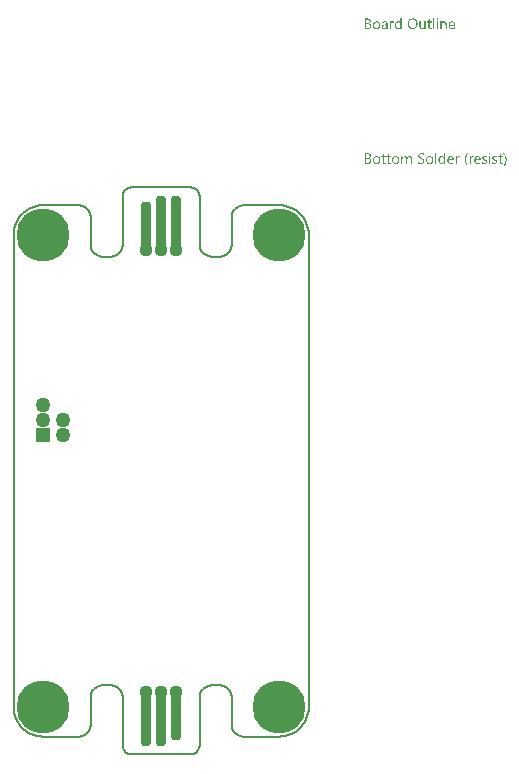
<source format=gbs>
G04*
G04 #@! TF.GenerationSoftware,Altium Limited,Altium Designer,21.9.2 (33)*
G04*
G04 Layer_Color=16711935*
%FSLAX44Y44*%
%MOMM*%
G71*
G04*
G04 #@! TF.SameCoordinates,2EA8CFF5-2370-4CCC-882B-FB9061A37F0A*
G04*
G04*
G04 #@! TF.FilePolarity,Negative*
G04*
G01*
G75*
%ADD12C,0.2000*%
%ADD63C,0.1500*%
%ADD64C,4.5000*%
%ADD65C,1.2600*%
%ADD66R,1.2600X1.2600*%
%ADD73C,1.1100*%
G04:AMPARAMS|DCode=77|XSize=0.9mm|YSize=4.3mm|CornerRadius=0.351mm|HoleSize=0mm|Usage=FLASHONLY|Rotation=0.000|XOffset=0mm|YOffset=0mm|HoleType=Round|Shape=RoundedRectangle|*
%AMROUNDEDRECTD77*
21,1,0.9000,3.5980,0,0,0.0*
21,1,0.1980,4.3000,0,0,0.0*
1,1,0.7020,0.0990,-1.7990*
1,1,0.7020,-0.0990,-1.7990*
1,1,0.7020,-0.0990,1.7990*
1,1,0.7020,0.0990,1.7990*
%
%ADD77ROUNDEDRECTD77*%
G04:AMPARAMS|DCode=78|XSize=0.9mm|YSize=4.8mm|CornerRadius=0.351mm|HoleSize=0mm|Usage=FLASHONLY|Rotation=0.000|XOffset=0mm|YOffset=0mm|HoleType=Round|Shape=RoundedRectangle|*
%AMROUNDEDRECTD78*
21,1,0.9000,4.0980,0,0,0.0*
21,1,0.1980,4.8000,0,0,0.0*
1,1,0.7020,0.0990,-2.0490*
1,1,0.7020,-0.0990,-2.0490*
1,1,0.7020,-0.0990,2.0490*
1,1,0.7020,0.0990,2.0490*
%
%ADD78ROUNDEDRECTD78*%
G36*
X564991Y274449D02*
X565054Y274449D01*
X565195Y274386D01*
X565274Y274339D01*
X565353Y274276D01*
X565368Y274261D01*
X565384Y274245D01*
X565463Y274151D01*
X565526Y273993D01*
X565541Y273899D01*
X565557Y273805D01*
X565557Y273789D01*
X565557Y273757D01*
X565541Y273710D01*
X565526Y273647D01*
X565478Y273490D01*
X565416Y273412D01*
X565353Y273333D01*
X565337Y273333D01*
X565321Y273302D01*
X565227Y273239D01*
X565085Y273176D01*
X564991Y273160D01*
X564897Y273144D01*
X564850Y273144D01*
X564802Y273160D01*
X564739Y273160D01*
X564582Y273223D01*
X564504Y273254D01*
X564425Y273317D01*
X564425Y273333D01*
X564394Y273349D01*
X564362Y273396D01*
X564331Y273443D01*
X564268Y273600D01*
X564252Y273694D01*
X564236Y273805D01*
X564236Y273820D01*
X564236Y273852D01*
X564252Y273899D01*
X564268Y273978D01*
X564315Y274119D01*
X564362Y274198D01*
X564425Y274276D01*
X564441Y274292D01*
X564456Y274308D01*
X564551Y274371D01*
X564708Y274433D01*
X564802Y274465D01*
X564944Y274465D01*
X564991Y274449D01*
X564991Y274449D02*
G37*
G36*
X534536Y265141D02*
X533514Y265141D01*
X533514Y266211D01*
X533483Y266211D01*
X533483Y266195D01*
X533451Y266163D01*
X533404Y266101D01*
X533357Y266022D01*
X533279Y265928D01*
X533184Y265833D01*
X533074Y265723D01*
X532948Y265613D01*
X532807Y265487D01*
X532634Y265377D01*
X532461Y265283D01*
X532257Y265189D01*
X532052Y265110D01*
X531816Y265047D01*
X531565Y265016D01*
X531297Y265000D01*
X531188Y265000D01*
X531093Y265016D01*
X530999Y265031D01*
X530873Y265047D01*
X530606Y265110D01*
X530291Y265204D01*
X529977Y265361D01*
X529804Y265456D01*
X529662Y265566D01*
X529505Y265707D01*
X529364Y265849D01*
X529364Y265865D01*
X529332Y265896D01*
X529301Y265943D01*
X529254Y266006D01*
X529206Y266085D01*
X529143Y266195D01*
X529081Y266321D01*
X529018Y266462D01*
X528939Y266619D01*
X528876Y266792D01*
X528813Y266981D01*
X528766Y267185D01*
X528719Y267405D01*
X528688Y267657D01*
X528672Y267909D01*
X528656Y268176D01*
X528656Y268192D01*
X528656Y268239D01*
X528656Y268333D01*
X528672Y268443D01*
X528688Y268569D01*
X528703Y268726D01*
X528719Y268899D01*
X528750Y269088D01*
X528845Y269497D01*
X528986Y269921D01*
X529081Y270126D01*
X529191Y270330D01*
X529301Y270519D01*
X529442Y270707D01*
X529458Y270723D01*
X529474Y270754D01*
X529521Y270802D01*
X529584Y270865D01*
X529662Y270927D01*
X529772Y271006D01*
X529883Y271100D01*
X530008Y271195D01*
X530323Y271368D01*
X530684Y271525D01*
X530889Y271572D01*
X531109Y271619D01*
X531329Y271651D01*
X531581Y271666D01*
X531706Y271666D01*
X531801Y271651D01*
X531895Y271635D01*
X532021Y271619D01*
X532304Y271541D01*
X532618Y271415D01*
X532775Y271336D01*
X532933Y271226D01*
X533090Y271116D01*
X533231Y270975D01*
X533357Y270817D01*
X533483Y270629D01*
X533514Y270629D01*
X533514Y274591D01*
X534536Y274591D01*
X534536Y265141D01*
X534536Y265141D02*
G37*
G36*
X570777Y271651D02*
X570966Y271635D01*
X571202Y271588D01*
X571453Y271509D01*
X571720Y271383D01*
X571988Y271210D01*
X572098Y271116D01*
X572208Y270990D01*
X572239Y270959D01*
X572302Y270865D01*
X572381Y270707D01*
X572491Y270487D01*
X572585Y270220D01*
X572679Y269890D01*
X572742Y269497D01*
X572758Y269041D01*
X572758Y265141D01*
X571736Y265141D01*
X571736Y268773D01*
X571736Y268789D01*
X571736Y268868D01*
X571720Y268962D01*
X571720Y269088D01*
X571689Y269245D01*
X571657Y269418D01*
X571610Y269607D01*
X571547Y269795D01*
X571469Y269984D01*
X571374Y270157D01*
X571249Y270330D01*
X571107Y270487D01*
X570950Y270613D01*
X570746Y270707D01*
X570525Y270786D01*
X570258Y270802D01*
X570227Y270802D01*
X570132Y270786D01*
X569991Y270770D01*
X569818Y270723D01*
X569613Y270660D01*
X569393Y270550D01*
X569189Y270408D01*
X568985Y270220D01*
X568969Y270188D01*
X568906Y270126D01*
X568827Y270000D01*
X568733Y269827D01*
X568639Y269622D01*
X568560Y269371D01*
X568497Y269088D01*
X568481Y268773D01*
X568481Y265141D01*
X567459Y265141D01*
X567459Y271525D01*
X568481Y271525D01*
X568481Y270456D01*
X568513Y270456D01*
X568529Y270471D01*
X568544Y270503D01*
X568591Y270566D01*
X568654Y270644D01*
X568717Y270739D01*
X568812Y270833D01*
X568922Y270943D01*
X569048Y271069D01*
X569189Y271179D01*
X569346Y271289D01*
X569519Y271383D01*
X569708Y271478D01*
X569897Y271556D01*
X570117Y271619D01*
X570353Y271651D01*
X570604Y271666D01*
X570698Y271666D01*
X570777Y271651D01*
X570777Y271651D02*
G37*
G36*
X527603Y271619D02*
X527791Y271603D01*
X527901Y271572D01*
X527980Y271541D01*
X527980Y270487D01*
X527964Y270503D01*
X527933Y270519D01*
X527870Y270550D01*
X527791Y270597D01*
X527681Y270629D01*
X527540Y270660D01*
X527383Y270676D01*
X527210Y270692D01*
X527178Y270692D01*
X527100Y270676D01*
X526974Y270660D01*
X526832Y270613D01*
X526644Y270534D01*
X526471Y270424D01*
X526282Y270267D01*
X526109Y270063D01*
X526093Y270031D01*
X526046Y269953D01*
X525968Y269811D01*
X525889Y269622D01*
X525810Y269387D01*
X525732Y269088D01*
X525685Y268758D01*
X525669Y268380D01*
X525669Y265141D01*
X524647Y265141D01*
X524647Y271525D01*
X525669Y271525D01*
X525669Y270204D01*
X525700Y270204D01*
X525700Y270220D01*
X525716Y270236D01*
X525747Y270314D01*
X525795Y270440D01*
X525873Y270597D01*
X525952Y270754D01*
X526078Y270927D01*
X526203Y271100D01*
X526361Y271257D01*
X526376Y271273D01*
X526439Y271320D01*
X526534Y271383D01*
X526659Y271446D01*
X526801Y271509D01*
X526974Y271572D01*
X527163Y271619D01*
X527367Y271635D01*
X527508Y271635D01*
X527603Y271619D01*
X527603Y271619D02*
G37*
G36*
X554881Y265141D02*
X553859Y265141D01*
X553859Y266148D01*
X553828Y266148D01*
X553828Y266132D01*
X553797Y266101D01*
X553765Y266038D01*
X553702Y265975D01*
X553561Y265786D01*
X553341Y265582D01*
X553215Y265472D01*
X553073Y265361D01*
X552916Y265267D01*
X552727Y265173D01*
X552539Y265110D01*
X552334Y265047D01*
X552099Y265016D01*
X551863Y265000D01*
X551768Y265000D01*
X551658Y265016D01*
X551501Y265047D01*
X551328Y265079D01*
X551139Y265141D01*
X550935Y265220D01*
X550731Y265346D01*
X550510Y265487D01*
X550306Y265660D01*
X550117Y265880D01*
X549944Y266148D01*
X549787Y266446D01*
X549677Y266808D01*
X549614Y267232D01*
X549583Y267453D01*
X549583Y267704D01*
X549583Y271525D01*
X550589Y271525D01*
X550589Y267861D01*
X550589Y267846D01*
X550589Y267783D01*
X550605Y267673D01*
X550621Y267547D01*
X550636Y267390D01*
X550668Y267232D01*
X550715Y267044D01*
X550778Y266855D01*
X550872Y266667D01*
X550966Y266494D01*
X551092Y266321D01*
X551250Y266163D01*
X551422Y266038D01*
X551627Y265943D01*
X551878Y265865D01*
X552146Y265849D01*
X552177Y265849D01*
X552271Y265865D01*
X552413Y265880D01*
X552570Y265912D01*
X552775Y265991D01*
X552979Y266085D01*
X553183Y266211D01*
X553372Y266399D01*
X553388Y266431D01*
X553451Y266494D01*
X553529Y266619D01*
X553624Y266792D01*
X553702Y266997D01*
X553781Y267248D01*
X553844Y267531D01*
X553859Y267846D01*
X553859Y271525D01*
X554881Y271525D01*
X554881Y265141D01*
X554881Y265141D02*
G37*
G36*
X565384Y265141D02*
X564362Y265141D01*
X564362Y271525D01*
X565384Y271525D01*
X565384Y265141D01*
X565384Y265141D02*
G37*
G36*
X562287Y265141D02*
X561265Y265141D01*
X561265Y274591D01*
X562287Y274591D01*
X562287Y265141D01*
X562287Y265141D02*
G37*
G36*
X520685Y271651D02*
X520826Y271635D01*
X520999Y271588D01*
X521188Y271541D01*
X521392Y271462D01*
X521612Y271368D01*
X521817Y271242D01*
X522021Y271085D01*
X522210Y270896D01*
X522383Y270660D01*
X522524Y270393D01*
X522634Y270078D01*
X522697Y269717D01*
X522729Y269292D01*
X522729Y265141D01*
X521707Y265141D01*
X521707Y266132D01*
X521675Y266132D01*
X521675Y266116D01*
X521644Y266085D01*
X521612Y266022D01*
X521549Y265959D01*
X521392Y265770D01*
X521188Y265566D01*
X520905Y265361D01*
X520575Y265173D01*
X520370Y265110D01*
X520166Y265047D01*
X519946Y265016D01*
X519710Y265000D01*
X519616Y265000D01*
X519553Y265016D01*
X519380Y265031D01*
X519175Y265063D01*
X518924Y265126D01*
X518688Y265204D01*
X518436Y265330D01*
X518216Y265487D01*
X518201Y265519D01*
X518138Y265582D01*
X518043Y265692D01*
X517949Y265849D01*
X517855Y266038D01*
X517760Y266258D01*
X517697Y266525D01*
X517682Y266824D01*
X517682Y266840D01*
X517682Y266902D01*
X517697Y266997D01*
X517713Y267107D01*
X517745Y267248D01*
X517792Y267405D01*
X517855Y267578D01*
X517949Y267751D01*
X518059Y267940D01*
X518201Y268129D01*
X518373Y268302D01*
X518578Y268459D01*
X518814Y268616D01*
X519097Y268742D01*
X519411Y268836D01*
X519789Y268915D01*
X521707Y269182D01*
X521707Y269198D01*
X521707Y269245D01*
X521691Y269339D01*
X521691Y269434D01*
X521660Y269559D01*
X521644Y269701D01*
X521549Y270000D01*
X521471Y270141D01*
X521392Y270283D01*
X521282Y270424D01*
X521156Y270550D01*
X520999Y270660D01*
X520826Y270739D01*
X520622Y270786D01*
X520386Y270802D01*
X520276Y270802D01*
X520197Y270786D01*
X520087Y270786D01*
X519977Y270754D01*
X519694Y270707D01*
X519380Y270613D01*
X519034Y270471D01*
X518845Y270377D01*
X518672Y270283D01*
X518484Y270157D01*
X518311Y270015D01*
X518311Y271069D01*
X518326Y271069D01*
X518358Y271100D01*
X518405Y271132D01*
X518484Y271163D01*
X518562Y271210D01*
X518672Y271257D01*
X518798Y271305D01*
X518940Y271368D01*
X519254Y271478D01*
X519631Y271572D01*
X520040Y271635D01*
X520480Y271666D01*
X520575Y271666D01*
X520685Y271651D01*
X520685Y271651D02*
G37*
G36*
X506236Y274056D02*
X506346Y274056D01*
X506456Y274040D01*
X506707Y274009D01*
X507006Y273930D01*
X507321Y273836D01*
X507619Y273694D01*
X507887Y273506D01*
X507902Y273506D01*
X507918Y273474D01*
X507997Y273412D01*
X508107Y273286D01*
X508232Y273113D01*
X508343Y272893D01*
X508453Y272641D01*
X508531Y272358D01*
X508563Y272201D01*
X508563Y272028D01*
X508563Y272012D01*
X508563Y271996D01*
X508563Y271902D01*
X508547Y271761D01*
X508516Y271588D01*
X508468Y271368D01*
X508390Y271147D01*
X508295Y270927D01*
X508154Y270707D01*
X508138Y270676D01*
X508075Y270613D01*
X507981Y270519D01*
X507855Y270393D01*
X507698Y270267D01*
X507509Y270126D01*
X507273Y270015D01*
X507022Y269905D01*
X507022Y269890D01*
X507069Y269890D01*
X507116Y269874D01*
X507163Y269858D01*
X507336Y269827D01*
X507541Y269764D01*
X507761Y269669D01*
X507997Y269559D01*
X508232Y269402D01*
X508453Y269198D01*
X508484Y269166D01*
X508547Y269088D01*
X508625Y268978D01*
X508736Y268805D01*
X508830Y268585D01*
X508924Y268333D01*
X508987Y268034D01*
X509003Y267704D01*
X509003Y267689D01*
X509003Y267657D01*
X509003Y267594D01*
X508987Y267516D01*
X508971Y267421D01*
X508956Y267311D01*
X508893Y267044D01*
X508798Y266745D01*
X508657Y266431D01*
X508563Y266289D01*
X508453Y266132D01*
X508311Y265991D01*
X508170Y265849D01*
X508154Y265849D01*
X508138Y265818D01*
X508091Y265786D01*
X508028Y265739D01*
X507949Y265692D01*
X507839Y265629D01*
X507604Y265503D01*
X507305Y265361D01*
X506959Y265252D01*
X506550Y265173D01*
X506346Y265157D01*
X506110Y265141D01*
X503500Y265141D01*
X503500Y274072D01*
X506157Y274072D01*
X506236Y274056D01*
X506236Y274056D02*
G37*
G36*
X558293Y271525D02*
X559913Y271525D01*
X559913Y270644D01*
X558293Y270644D01*
X558293Y267044D01*
X558293Y267012D01*
X558293Y266934D01*
X558309Y266824D01*
X558325Y266682D01*
X558388Y266383D01*
X558435Y266242D01*
X558513Y266132D01*
X558529Y266116D01*
X558560Y266085D01*
X558608Y266053D01*
X558686Y266006D01*
X558781Y265943D01*
X558906Y265912D01*
X559064Y265880D01*
X559237Y265865D01*
X559300Y265865D01*
X559378Y265880D01*
X559472Y265896D01*
X559692Y265959D01*
X559803Y266006D01*
X559913Y266069D01*
X559913Y265189D01*
X559897Y265189D01*
X559850Y265157D01*
X559771Y265141D01*
X559661Y265110D01*
X559520Y265079D01*
X559362Y265047D01*
X559174Y265031D01*
X558954Y265016D01*
X558875Y265016D01*
X558796Y265031D01*
X558686Y265047D01*
X558560Y265079D01*
X558419Y265110D01*
X558278Y265173D01*
X558120Y265252D01*
X557963Y265346D01*
X557806Y265472D01*
X557664Y265613D01*
X557538Y265802D01*
X557429Y266006D01*
X557350Y266258D01*
X557287Y266541D01*
X557271Y266871D01*
X557271Y270644D01*
X556186Y270644D01*
X556186Y271525D01*
X557271Y271525D01*
X557271Y273081D01*
X558293Y273412D01*
X558293Y271525D01*
X558293Y271525D02*
G37*
G36*
X577412Y271651D02*
X577522Y271635D01*
X577632Y271619D01*
X577915Y271572D01*
X578229Y271462D01*
X578544Y271320D01*
X578701Y271226D01*
X578858Y271116D01*
X579000Y270990D01*
X579141Y270849D01*
X579157Y270833D01*
X579173Y270817D01*
X579204Y270770D01*
X579251Y270707D01*
X579299Y270613D01*
X579361Y270519D01*
X579424Y270408D01*
X579487Y270267D01*
X579550Y270110D01*
X579613Y269953D01*
X579676Y269764D01*
X579723Y269559D01*
X579770Y269339D01*
X579802Y269119D01*
X579833Y268868D01*
X579833Y268600D01*
X579833Y268066D01*
X575321Y268066D01*
X575321Y268050D01*
X575321Y268019D01*
X575321Y267971D01*
X575336Y267893D01*
X575352Y267799D01*
X575352Y267704D01*
X575399Y267453D01*
X575478Y267201D01*
X575572Y266918D01*
X575714Y266651D01*
X575887Y266415D01*
X575918Y266383D01*
X575981Y266321D01*
X576107Y266242D01*
X576280Y266132D01*
X576500Y266022D01*
X576752Y265943D01*
X577050Y265880D01*
X577396Y265849D01*
X577506Y265849D01*
X577585Y265865D01*
X577679Y265865D01*
X577789Y265880D01*
X578056Y265943D01*
X578355Y266022D01*
X578685Y266148D01*
X579031Y266321D01*
X579204Y266431D01*
X579377Y266556D01*
X579377Y265597D01*
X579361Y265597D01*
X579346Y265566D01*
X579299Y265550D01*
X579220Y265503D01*
X579141Y265456D01*
X579047Y265409D01*
X578921Y265361D01*
X578796Y265299D01*
X578638Y265236D01*
X578465Y265189D01*
X578088Y265094D01*
X577648Y265031D01*
X577160Y265000D01*
X577035Y265000D01*
X576940Y265016D01*
X576830Y265031D01*
X576689Y265047D01*
X576390Y265110D01*
X576044Y265204D01*
X575698Y265361D01*
X575525Y265472D01*
X575352Y265582D01*
X575195Y265707D01*
X575038Y265865D01*
X575022Y265880D01*
X575006Y265912D01*
X574975Y265959D01*
X574912Y266022D01*
X574865Y266116D01*
X574802Y266226D01*
X574723Y266352D01*
X574660Y266494D01*
X574582Y266651D01*
X574519Y266840D01*
X574440Y267044D01*
X574393Y267264D01*
X574346Y267500D01*
X574299Y267751D01*
X574283Y268019D01*
X574267Y268302D01*
X574267Y268317D01*
X574267Y268365D01*
X574267Y268443D01*
X574283Y268553D01*
X574299Y268679D01*
X574314Y268820D01*
X574330Y268993D01*
X574377Y269166D01*
X574472Y269544D01*
X574613Y269953D01*
X574708Y270157D01*
X574833Y270346D01*
X574959Y270550D01*
X575101Y270723D01*
X575116Y270739D01*
X575148Y270770D01*
X575195Y270817D01*
X575258Y270865D01*
X575336Y270943D01*
X575431Y271022D01*
X575557Y271100D01*
X575682Y271195D01*
X575981Y271368D01*
X576343Y271525D01*
X576547Y271572D01*
X576752Y271619D01*
X576972Y271651D01*
X577207Y271666D01*
X577333Y271666D01*
X577412Y271651D01*
X577412Y271651D02*
G37*
G36*
X544284Y274213D02*
X544442Y274198D01*
X544630Y274166D01*
X544835Y274119D01*
X545055Y274072D01*
X545275Y274009D01*
X545527Y273930D01*
X545762Y273820D01*
X546014Y273694D01*
X546265Y273553D01*
X546501Y273380D01*
X546737Y273191D01*
X546957Y272971D01*
X546973Y272956D01*
X547004Y272908D01*
X547067Y272845D01*
X547130Y272751D01*
X547225Y272625D01*
X547319Y272468D01*
X547413Y272295D01*
X547523Y272106D01*
X547633Y271871D01*
X547728Y271635D01*
X547822Y271368D01*
X547916Y271069D01*
X547979Y270770D01*
X548042Y270440D01*
X548074Y270078D01*
X548089Y269717D01*
X548089Y269685D01*
X548089Y269622D01*
X548089Y269512D01*
X548074Y269355D01*
X548058Y269166D01*
X548026Y268962D01*
X547995Y268726D01*
X547948Y268459D01*
X547885Y268192D01*
X547806Y267909D01*
X547712Y267626D01*
X547602Y267343D01*
X547460Y267044D01*
X547303Y266777D01*
X547130Y266509D01*
X546926Y266258D01*
X546910Y266242D01*
X546879Y266211D01*
X546800Y266148D01*
X546721Y266069D01*
X546596Y265959D01*
X546454Y265865D01*
X546297Y265739D01*
X546108Y265629D01*
X545904Y265519D01*
X545668Y265393D01*
X545416Y265299D01*
X545133Y265204D01*
X544835Y265110D01*
X544520Y265047D01*
X544190Y265016D01*
X543828Y265000D01*
X543750Y265000D01*
X543640Y265016D01*
X543514Y265016D01*
X543357Y265031D01*
X543168Y265063D01*
X542964Y265110D01*
X542728Y265157D01*
X542492Y265220D01*
X542240Y265299D01*
X541989Y265409D01*
X541737Y265519D01*
X541486Y265660D01*
X541234Y265833D01*
X540998Y266022D01*
X540778Y266242D01*
X540762Y266258D01*
X540731Y266305D01*
X540668Y266368D01*
X540605Y266462D01*
X540511Y266588D01*
X540417Y266745D01*
X540322Y266918D01*
X540212Y267122D01*
X540102Y267343D01*
X540008Y267578D01*
X539913Y267846D01*
X539819Y268144D01*
X539756Y268443D01*
X539693Y268773D01*
X539662Y269135D01*
X539646Y269497D01*
X539646Y269528D01*
X539646Y269591D01*
X539662Y269701D01*
X539662Y269858D01*
X539678Y270031D01*
X539709Y270251D01*
X539741Y270487D01*
X539788Y270739D01*
X539851Y271006D01*
X539929Y271289D01*
X540024Y271572D01*
X540134Y271855D01*
X540275Y272138D01*
X540432Y272421D01*
X540605Y272688D01*
X540810Y272940D01*
X540825Y272956D01*
X540857Y273003D01*
X540936Y273066D01*
X541030Y273144D01*
X541140Y273239D01*
X541281Y273349D01*
X541454Y273459D01*
X541643Y273584D01*
X541863Y273710D01*
X542099Y273820D01*
X542351Y273930D01*
X542634Y274025D01*
X542948Y274103D01*
X543278Y274182D01*
X543624Y274213D01*
X543986Y274229D01*
X544159Y274229D01*
X544284Y274213D01*
X544284Y274213D02*
G37*
G36*
X513735Y271651D02*
X513845Y271635D01*
X513987Y271619D01*
X514301Y271556D01*
X514663Y271446D01*
X515025Y271289D01*
X515213Y271195D01*
X515386Y271085D01*
X515559Y270943D01*
X515716Y270786D01*
X515732Y270770D01*
X515748Y270739D01*
X515795Y270692D01*
X515842Y270629D01*
X515905Y270534D01*
X515968Y270424D01*
X516047Y270298D01*
X516125Y270157D01*
X516188Y269984D01*
X516267Y269811D01*
X516330Y269607D01*
X516393Y269387D01*
X516440Y269151D01*
X516487Y268899D01*
X516502Y268632D01*
X516518Y268349D01*
X516518Y268333D01*
X516518Y268286D01*
X516518Y268207D01*
X516502Y268097D01*
X516487Y267971D01*
X516471Y267814D01*
X516440Y267657D01*
X516408Y267468D01*
X516314Y267091D01*
X516157Y266682D01*
X516062Y266478D01*
X515937Y266273D01*
X515811Y266085D01*
X515653Y265912D01*
X515638Y265896D01*
X515606Y265880D01*
X515559Y265833D01*
X515496Y265770D01*
X515402Y265707D01*
X515308Y265629D01*
X515182Y265534D01*
X515040Y265456D01*
X514883Y265377D01*
X514710Y265283D01*
X514521Y265204D01*
X514317Y265141D01*
X514097Y265079D01*
X513861Y265047D01*
X513610Y265016D01*
X513342Y265000D01*
X513201Y265000D01*
X513106Y265016D01*
X512996Y265031D01*
X512855Y265047D01*
X512698Y265079D01*
X512525Y265110D01*
X512163Y265220D01*
X511786Y265377D01*
X511597Y265472D01*
X511424Y265597D01*
X511251Y265723D01*
X511078Y265880D01*
X511063Y265896D01*
X511047Y265928D01*
X511000Y265975D01*
X510952Y266038D01*
X510890Y266132D01*
X510811Y266242D01*
X510732Y266368D01*
X510670Y266509D01*
X510591Y266682D01*
X510512Y266855D01*
X510434Y267044D01*
X510371Y267264D01*
X510276Y267736D01*
X510261Y267987D01*
X510245Y268255D01*
X510245Y268270D01*
X510245Y268333D01*
X510245Y268412D01*
X510261Y268522D01*
X510276Y268648D01*
X510292Y268805D01*
X510324Y268978D01*
X510355Y269166D01*
X510449Y269575D01*
X510607Y269984D01*
X510717Y270188D01*
X510827Y270393D01*
X510952Y270581D01*
X511110Y270754D01*
X511125Y270770D01*
X511157Y270802D01*
X511204Y270833D01*
X511267Y270896D01*
X511361Y270959D01*
X511471Y271037D01*
X511597Y271132D01*
X511739Y271210D01*
X511896Y271289D01*
X512085Y271383D01*
X512273Y271462D01*
X512493Y271525D01*
X512713Y271588D01*
X512965Y271635D01*
X513232Y271651D01*
X513499Y271666D01*
X513641Y271666D01*
X513735Y271651D01*
X513735Y271651D02*
G37*
G36*
X609266Y160336D02*
X609329Y160336D01*
X609470Y160273D01*
X609549Y160226D01*
X609627Y160163D01*
X609643Y160147D01*
X609659Y160131D01*
X609738Y160037D01*
X609800Y159880D01*
X609816Y159786D01*
X609832Y159691D01*
X609832Y159676D01*
X609832Y159644D01*
X609816Y159597D01*
X609800Y159534D01*
X609753Y159377D01*
X609690Y159298D01*
X609627Y159220D01*
X609612Y159220D01*
X609596Y159188D01*
X609502Y159125D01*
X609360Y159062D01*
X609266Y159047D01*
X609172Y159031D01*
X609124Y159031D01*
X609077Y159047D01*
X609014Y159047D01*
X608857Y159109D01*
X608778Y159141D01*
X608700Y159204D01*
X608700Y159220D01*
X608668Y159235D01*
X608637Y159283D01*
X608605Y159330D01*
X608543Y159487D01*
X608527Y159581D01*
X608511Y159691D01*
X608511Y159707D01*
X608511Y159738D01*
X608527Y159786D01*
X608543Y159864D01*
X608590Y160006D01*
X608637Y160084D01*
X608700Y160163D01*
X608716Y160179D01*
X608731Y160194D01*
X608826Y160257D01*
X608983Y160320D01*
X609077Y160352D01*
X609219Y160352D01*
X609266Y160336D01*
X609266Y160336D02*
G37*
G36*
X551941Y160100D02*
X552067Y160100D01*
X552350Y160069D01*
X552664Y160037D01*
X552979Y159974D01*
X553278Y159896D01*
X553404Y159848D01*
X553529Y159786D01*
X553529Y158606D01*
X553513Y158606D01*
X553498Y158638D01*
X553451Y158654D01*
X553388Y158701D01*
X553309Y158732D01*
X553215Y158779D01*
X552979Y158889D01*
X552696Y158984D01*
X552350Y159078D01*
X551941Y159141D01*
X551501Y159157D01*
X551375Y159157D01*
X551281Y159141D01*
X551187Y159141D01*
X551061Y159125D01*
X550809Y159078D01*
X550793Y159078D01*
X550746Y159062D01*
X550684Y159047D01*
X550605Y159031D01*
X550416Y158952D01*
X550196Y158858D01*
X550180Y158858D01*
X550149Y158827D01*
X550102Y158795D01*
X550039Y158748D01*
X549897Y158606D01*
X549756Y158434D01*
X549756Y158418D01*
X549724Y158386D01*
X549709Y158339D01*
X549677Y158260D01*
X549646Y158166D01*
X549630Y158072D01*
X549599Y157820D01*
X549599Y157805D01*
X549599Y157757D01*
X549599Y157695D01*
X549614Y157616D01*
X549646Y157427D01*
X549724Y157223D01*
X549724Y157207D01*
X549756Y157176D01*
X549772Y157128D01*
X549819Y157066D01*
X549944Y156924D01*
X550102Y156767D01*
X550117Y156751D01*
X550149Y156735D01*
X550196Y156688D01*
X550275Y156641D01*
X550369Y156578D01*
X550463Y156515D01*
X550715Y156358D01*
X550731Y156342D01*
X550778Y156327D01*
X550856Y156279D01*
X550951Y156232D01*
X551077Y156169D01*
X551218Y156107D01*
X551533Y155949D01*
X551548Y155934D01*
X551611Y155902D01*
X551705Y155855D01*
X551831Y155792D01*
X551973Y155729D01*
X552130Y155635D01*
X552444Y155446D01*
X552460Y155430D01*
X552523Y155399D01*
X552602Y155352D01*
X552712Y155273D01*
X552948Y155085D01*
X553199Y154864D01*
X553215Y154849D01*
X553262Y154817D01*
X553309Y154739D01*
X553388Y154660D01*
X553466Y154550D01*
X553561Y154440D01*
X553718Y154157D01*
X553734Y154141D01*
X553749Y154094D01*
X553781Y154015D01*
X553812Y153905D01*
X553844Y153780D01*
X553875Y153622D01*
X553907Y153465D01*
X553907Y153277D01*
X553907Y153245D01*
X553907Y153166D01*
X553891Y153041D01*
X553875Y152883D01*
X553844Y152710D01*
X553797Y152522D01*
X553734Y152333D01*
X553639Y152160D01*
X553624Y152144D01*
X553592Y152081D01*
X553529Y152003D01*
X553466Y151893D01*
X553356Y151783D01*
X553246Y151657D01*
X553105Y151531D01*
X552948Y151405D01*
X552932Y151390D01*
X552869Y151358D01*
X552775Y151311D01*
X552649Y151248D01*
X552507Y151185D01*
X552334Y151123D01*
X552130Y151060D01*
X551926Y151012D01*
X551894Y151012D01*
X551831Y150997D01*
X551721Y150981D01*
X551564Y150949D01*
X551391Y150934D01*
X551187Y150902D01*
X550966Y150887D01*
X550589Y150887D01*
X550416Y150902D01*
X550196Y150918D01*
X550149Y150918D01*
X550086Y150934D01*
X550007Y150949D01*
X549803Y150965D01*
X549567Y151012D01*
X549552Y151012D01*
X549504Y151028D01*
X549441Y151044D01*
X549363Y151060D01*
X549174Y151107D01*
X548954Y151170D01*
X548938Y151170D01*
X548907Y151185D01*
X548860Y151201D01*
X548797Y151233D01*
X548639Y151295D01*
X548482Y151390D01*
X548482Y152616D01*
X548498Y152600D01*
X548530Y152585D01*
X548561Y152553D01*
X548624Y152506D01*
X548797Y152396D01*
X549001Y152270D01*
X549017Y152270D01*
X549048Y152254D01*
X549111Y152223D01*
X549190Y152192D01*
X549394Y152097D01*
X549614Y152019D01*
X549630Y152019D01*
X549677Y152003D01*
X549740Y151987D01*
X549819Y151972D01*
X550039Y151909D01*
X550275Y151861D01*
X550338Y151861D01*
X550401Y151846D01*
X550479Y151846D01*
X550668Y151830D01*
X550888Y151814D01*
X551045Y151814D01*
X551218Y151830D01*
X551438Y151861D01*
X551674Y151893D01*
X551910Y151956D01*
X552130Y152050D01*
X552334Y152160D01*
X552350Y152176D01*
X552413Y152223D01*
X552492Y152317D01*
X552570Y152427D01*
X552664Y152569D01*
X552727Y152758D01*
X552790Y152962D01*
X552806Y153198D01*
X552806Y153214D01*
X552806Y153261D01*
X552806Y153324D01*
X552790Y153418D01*
X552743Y153622D01*
X552649Y153827D01*
X552649Y153842D01*
X552617Y153874D01*
X552586Y153921D01*
X552539Y153984D01*
X552397Y154141D01*
X552209Y154314D01*
X552193Y154330D01*
X552161Y154361D01*
X552099Y154393D01*
X552020Y154456D01*
X551926Y154518D01*
X551815Y154597D01*
X551548Y154739D01*
X551533Y154754D01*
X551485Y154770D01*
X551407Y154817D01*
X551297Y154864D01*
X551187Y154943D01*
X551045Y155006D01*
X550715Y155179D01*
X550699Y155195D01*
X550636Y155226D01*
X550542Y155273D01*
X550432Y155320D01*
X550306Y155399D01*
X550165Y155478D01*
X549850Y155651D01*
X549835Y155666D01*
X549787Y155698D01*
X549709Y155745D01*
X549614Y155808D01*
X549379Y155981D01*
X549143Y156185D01*
X549127Y156201D01*
X549095Y156232D01*
X549033Y156295D01*
X548970Y156374D01*
X548891Y156484D01*
X548812Y156594D01*
X548671Y156846D01*
X548671Y156861D01*
X548639Y156908D01*
X548624Y156987D01*
X548592Y157097D01*
X548561Y157223D01*
X548530Y157380D01*
X548514Y157537D01*
X548498Y157726D01*
X548498Y157757D01*
X548498Y157836D01*
X548514Y157946D01*
X548530Y158088D01*
X548561Y158260D01*
X548608Y158434D01*
X548671Y158606D01*
X548765Y158779D01*
X548781Y158795D01*
X548812Y158858D01*
X548875Y158937D01*
X548954Y159047D01*
X549048Y159157D01*
X549174Y159283D01*
X549316Y159408D01*
X549473Y159518D01*
X549489Y159534D01*
X549552Y159565D01*
X549646Y159628D01*
X549756Y159691D01*
X549913Y159754D01*
X550070Y159833D01*
X550259Y159896D01*
X550463Y159959D01*
X550495Y159959D01*
X550558Y159990D01*
X550668Y160006D01*
X550825Y160037D01*
X550998Y160069D01*
X551187Y160084D01*
X551611Y160116D01*
X551831Y160116D01*
X551941Y160100D01*
X551941Y160100D02*
G37*
G36*
X571579Y151028D02*
X570557Y151028D01*
X570557Y152097D01*
X570525Y152097D01*
X570525Y152081D01*
X570494Y152050D01*
X570447Y151987D01*
X570400Y151909D01*
X570321Y151814D01*
X570227Y151720D01*
X570117Y151610D01*
X569991Y151500D01*
X569849Y151374D01*
X569676Y151264D01*
X569503Y151170D01*
X569299Y151075D01*
X569095Y150997D01*
X568859Y150934D01*
X568607Y150902D01*
X568340Y150887D01*
X568230Y150887D01*
X568136Y150902D01*
X568041Y150918D01*
X567915Y150934D01*
X567648Y150997D01*
X567334Y151091D01*
X567019Y151248D01*
X566846Y151343D01*
X566705Y151453D01*
X566548Y151594D01*
X566406Y151736D01*
X566406Y151751D01*
X566375Y151783D01*
X566343Y151830D01*
X566296Y151893D01*
X566249Y151972D01*
X566186Y152081D01*
X566123Y152207D01*
X566060Y152349D01*
X565982Y152506D01*
X565919Y152679D01*
X565856Y152868D01*
X565809Y153072D01*
X565761Y153292D01*
X565730Y153544D01*
X565714Y153795D01*
X565699Y154063D01*
X565699Y154078D01*
X565699Y154125D01*
X565699Y154220D01*
X565714Y154330D01*
X565730Y154456D01*
X565746Y154613D01*
X565761Y154786D01*
X565793Y154974D01*
X565887Y155383D01*
X566029Y155808D01*
X566123Y156012D01*
X566233Y156217D01*
X566343Y156405D01*
X566485Y156594D01*
X566500Y156610D01*
X566516Y156641D01*
X566563Y156688D01*
X566626Y156751D01*
X566705Y156814D01*
X566815Y156893D01*
X566925Y156987D01*
X567051Y157081D01*
X567365Y157254D01*
X567727Y157411D01*
X567931Y157459D01*
X568151Y157506D01*
X568371Y157537D01*
X568623Y157553D01*
X568749Y157553D01*
X568843Y157537D01*
X568937Y157522D01*
X569063Y157506D01*
X569346Y157427D01*
X569661Y157301D01*
X569818Y157223D01*
X569975Y157113D01*
X570132Y157003D01*
X570274Y156861D01*
X570400Y156704D01*
X570525Y156515D01*
X570557Y156515D01*
X570557Y160477D01*
X571579Y160477D01*
X571579Y151028D01*
X571579Y151028D02*
G37*
G36*
X614108Y157537D02*
X614313Y157522D01*
X614533Y157490D01*
X614785Y157427D01*
X615036Y157364D01*
X615288Y157270D01*
X615288Y156232D01*
X615256Y156248D01*
X615162Y156311D01*
X615020Y156374D01*
X614832Y156468D01*
X614596Y156547D01*
X614313Y156625D01*
X613998Y156672D01*
X613668Y156688D01*
X613495Y156688D01*
X613338Y156657D01*
X613149Y156625D01*
X613134Y156625D01*
X613118Y156610D01*
X613024Y156578D01*
X612898Y156515D01*
X612756Y156437D01*
X612725Y156421D01*
X612662Y156358D01*
X612583Y156264D01*
X612505Y156154D01*
X612489Y156122D01*
X612458Y156044D01*
X612426Y155934D01*
X612410Y155792D01*
X612410Y155776D01*
X612410Y155745D01*
X612410Y155698D01*
X612426Y155651D01*
X612458Y155509D01*
X612505Y155368D01*
X612520Y155336D01*
X612568Y155273D01*
X612662Y155179D01*
X612772Y155069D01*
X612788Y155069D01*
X612803Y155053D01*
X612898Y154990D01*
X613024Y154912D01*
X613196Y154833D01*
X613212Y154833D01*
X613244Y154817D01*
X613291Y154802D01*
X613369Y154770D01*
X613542Y154707D01*
X613763Y154613D01*
X613778Y154613D01*
X613841Y154581D01*
X613920Y154550D01*
X614014Y154518D01*
X614266Y154409D01*
X614517Y154283D01*
X614533Y154283D01*
X614580Y154251D01*
X614643Y154220D01*
X614722Y154173D01*
X614910Y154047D01*
X615099Y153890D01*
X615115Y153874D01*
X615146Y153858D01*
X615178Y153811D01*
X615241Y153748D01*
X615350Y153591D01*
X615461Y153386D01*
X615461Y153371D01*
X615476Y153339D01*
X615508Y153277D01*
X615523Y153198D01*
X615555Y153104D01*
X615571Y152993D01*
X615586Y152726D01*
X615586Y152710D01*
X615586Y152647D01*
X615571Y152553D01*
X615555Y152443D01*
X615539Y152317D01*
X615492Y152176D01*
X615445Y152050D01*
X615366Y151909D01*
X615350Y151893D01*
X615335Y151846D01*
X615288Y151783D01*
X615225Y151704D01*
X615146Y151610D01*
X615052Y151516D01*
X614816Y151327D01*
X614800Y151311D01*
X614753Y151295D01*
X614690Y151248D01*
X614580Y151201D01*
X614470Y151138D01*
X614329Y151091D01*
X614187Y151044D01*
X614014Y150997D01*
X613998Y150997D01*
X613936Y150981D01*
X613841Y150965D01*
X613731Y150949D01*
X613574Y150918D01*
X613417Y150902D01*
X613055Y150887D01*
X612898Y150887D01*
X612709Y150902D01*
X612473Y150934D01*
X612206Y150981D01*
X611923Y151044D01*
X611640Y151123D01*
X611357Y151248D01*
X611357Y152349D01*
X611373Y152349D01*
X611388Y152317D01*
X611436Y152286D01*
X611498Y152254D01*
X611671Y152160D01*
X611907Y152050D01*
X612175Y151924D01*
X612489Y151830D01*
X612835Y151767D01*
X613196Y151736D01*
X613322Y151736D01*
X613401Y151751D01*
X613621Y151783D01*
X613873Y151846D01*
X614108Y151956D01*
X614218Y152034D01*
X614329Y152113D01*
X614407Y152223D01*
X614470Y152333D01*
X614517Y152475D01*
X614533Y152632D01*
X614533Y152647D01*
X614533Y152679D01*
X614533Y152726D01*
X614517Y152773D01*
X614486Y152915D01*
X614423Y153056D01*
X614423Y153072D01*
X614407Y153088D01*
X614344Y153166D01*
X614250Y153277D01*
X614108Y153371D01*
X614093Y153371D01*
X614077Y153402D01*
X613983Y153449D01*
X613841Y153544D01*
X613652Y153622D01*
X613637Y153622D01*
X613605Y153638D01*
X613558Y153670D01*
X613479Y153701D01*
X613307Y153764D01*
X613087Y153858D01*
X613071Y153858D01*
X613008Y153890D01*
X612929Y153921D01*
X612835Y153953D01*
X612583Y154063D01*
X612332Y154188D01*
X612316Y154204D01*
X612285Y154220D01*
X612222Y154251D01*
X612143Y154298D01*
X611970Y154424D01*
X611797Y154566D01*
X611782Y154581D01*
X611766Y154597D01*
X611719Y154644D01*
X611671Y154707D01*
X611561Y154864D01*
X611467Y155053D01*
X611467Y155069D01*
X611451Y155100D01*
X611436Y155163D01*
X611420Y155242D01*
X611404Y155336D01*
X611388Y155446D01*
X611373Y155714D01*
X611373Y155729D01*
X611373Y155792D01*
X611388Y155871D01*
X611404Y155981D01*
X611420Y156107D01*
X611467Y156232D01*
X611514Y156374D01*
X611577Y156500D01*
X611593Y156515D01*
X611609Y156562D01*
X611656Y156625D01*
X611719Y156704D01*
X611892Y156893D01*
X612112Y157081D01*
X612127Y157097D01*
X612175Y157113D01*
X612238Y157160D01*
X612347Y157207D01*
X612458Y157270D01*
X612583Y157333D01*
X612898Y157427D01*
X612914Y157427D01*
X612976Y157443D01*
X613055Y157474D01*
X613181Y157490D01*
X613307Y157522D01*
X613464Y157537D01*
X613810Y157553D01*
X613951Y157553D01*
X614108Y157537D01*
X614108Y157537D02*
G37*
G36*
X605587Y157537D02*
X605791Y157522D01*
X606011Y157490D01*
X606263Y157427D01*
X606514Y157364D01*
X606766Y157270D01*
X606766Y156232D01*
X606735Y156248D01*
X606640Y156311D01*
X606499Y156374D01*
X606310Y156468D01*
X606074Y156547D01*
X605791Y156625D01*
X605477Y156672D01*
X605147Y156688D01*
X604974Y156688D01*
X604816Y156657D01*
X604628Y156625D01*
X604612Y156625D01*
X604596Y156610D01*
X604502Y156578D01*
X604376Y156515D01*
X604235Y156437D01*
X604203Y156421D01*
X604140Y156358D01*
X604062Y156264D01*
X603983Y156154D01*
X603967Y156122D01*
X603936Y156044D01*
X603904Y155934D01*
X603889Y155792D01*
X603889Y155776D01*
X603889Y155745D01*
X603889Y155698D01*
X603904Y155651D01*
X603936Y155509D01*
X603983Y155368D01*
X603999Y155336D01*
X604046Y155273D01*
X604140Y155179D01*
X604250Y155069D01*
X604266Y155069D01*
X604282Y155053D01*
X604376Y154990D01*
X604502Y154912D01*
X604675Y154833D01*
X604691Y154833D01*
X604722Y154817D01*
X604769Y154802D01*
X604848Y154770D01*
X605021Y154707D01*
X605241Y154613D01*
X605257Y154613D01*
X605320Y154581D01*
X605398Y154550D01*
X605493Y154518D01*
X605744Y154409D01*
X605996Y154283D01*
X606011Y154283D01*
X606059Y154251D01*
X606121Y154220D01*
X606200Y154173D01*
X606389Y154047D01*
X606577Y153890D01*
X606593Y153874D01*
X606624Y153858D01*
X606656Y153811D01*
X606719Y153748D01*
X606829Y153591D01*
X606939Y153386D01*
X606939Y153371D01*
X606955Y153339D01*
X606986Y153277D01*
X607002Y153198D01*
X607033Y153104D01*
X607049Y152993D01*
X607065Y152726D01*
X607065Y152710D01*
X607065Y152647D01*
X607049Y152553D01*
X607033Y152443D01*
X607018Y152317D01*
X606970Y152176D01*
X606923Y152050D01*
X606845Y151909D01*
X606829Y151893D01*
X606813Y151846D01*
X606766Y151783D01*
X606703Y151704D01*
X606624Y151610D01*
X606530Y151516D01*
X606294Y151327D01*
X606279Y151311D01*
X606231Y151295D01*
X606169Y151248D01*
X606059Y151201D01*
X605948Y151138D01*
X605807Y151091D01*
X605665Y151044D01*
X605493Y150997D01*
X605477Y150997D01*
X605414Y150981D01*
X605320Y150965D01*
X605210Y150949D01*
X605052Y150918D01*
X604895Y150902D01*
X604533Y150887D01*
X604376Y150887D01*
X604188Y150902D01*
X603952Y150934D01*
X603684Y150981D01*
X603401Y151044D01*
X603118Y151123D01*
X602835Y151248D01*
X602835Y152349D01*
X602851Y152349D01*
X602867Y152317D01*
X602914Y152286D01*
X602977Y152254D01*
X603150Y152160D01*
X603386Y152050D01*
X603653Y151924D01*
X603967Y151830D01*
X604313Y151767D01*
X604675Y151736D01*
X604801Y151736D01*
X604879Y151751D01*
X605099Y151783D01*
X605351Y151846D01*
X605587Y151956D01*
X605697Y152034D01*
X605807Y152113D01*
X605886Y152223D01*
X605948Y152333D01*
X605996Y152475D01*
X606011Y152632D01*
X606011Y152647D01*
X606011Y152679D01*
X606011Y152726D01*
X605996Y152773D01*
X605964Y152915D01*
X605901Y153056D01*
X605901Y153072D01*
X605886Y153088D01*
X605823Y153166D01*
X605728Y153277D01*
X605587Y153371D01*
X605571Y153371D01*
X605555Y153402D01*
X605461Y153449D01*
X605320Y153544D01*
X605131Y153622D01*
X605115Y153622D01*
X605084Y153638D01*
X605037Y153670D01*
X604958Y153701D01*
X604785Y153764D01*
X604565Y153858D01*
X604549Y153858D01*
X604486Y153890D01*
X604408Y153921D01*
X604313Y153953D01*
X604062Y154063D01*
X603810Y154188D01*
X603794Y154204D01*
X603763Y154220D01*
X603700Y154251D01*
X603621Y154298D01*
X603448Y154424D01*
X603276Y154566D01*
X603260Y154581D01*
X603244Y154597D01*
X603197Y154644D01*
X603150Y154707D01*
X603040Y154864D01*
X602945Y155053D01*
X602945Y155069D01*
X602930Y155100D01*
X602914Y155163D01*
X602898Y155242D01*
X602882Y155336D01*
X602867Y155446D01*
X602851Y155714D01*
X602851Y155729D01*
X602851Y155792D01*
X602867Y155871D01*
X602882Y155981D01*
X602898Y156107D01*
X602945Y156232D01*
X602993Y156374D01*
X603055Y156500D01*
X603071Y156515D01*
X603087Y156562D01*
X603134Y156625D01*
X603197Y156704D01*
X603370Y156893D01*
X603590Y157081D01*
X603606Y157097D01*
X603653Y157113D01*
X603716Y157160D01*
X603826Y157207D01*
X603936Y157270D01*
X604062Y157333D01*
X604376Y157427D01*
X604392Y157427D01*
X604455Y157443D01*
X604533Y157474D01*
X604659Y157490D01*
X604785Y157522D01*
X604942Y157537D01*
X605288Y157553D01*
X605430Y157553D01*
X605587Y157537D01*
X605587Y157537D02*
G37*
G36*
X541439Y157537D02*
X541580Y157506D01*
X541737Y157474D01*
X541910Y157411D01*
X542115Y157333D01*
X542303Y157223D01*
X542508Y157097D01*
X542696Y156924D01*
X542869Y156704D01*
X543027Y156452D01*
X543168Y156169D01*
X543262Y155808D01*
X543341Y155415D01*
X543357Y154959D01*
X543357Y151028D01*
X542335Y151028D01*
X542335Y154691D01*
X542335Y154707D01*
X542335Y154739D01*
X542335Y154786D01*
X542335Y154864D01*
X542319Y155053D01*
X542288Y155273D01*
X542256Y155525D01*
X542193Y155776D01*
X542115Y156012D01*
X542005Y156217D01*
X541989Y156232D01*
X541942Y156295D01*
X541863Y156374D01*
X541737Y156452D01*
X541596Y156547D01*
X541407Y156610D01*
X541171Y156672D01*
X540904Y156688D01*
X540873Y156688D01*
X540794Y156672D01*
X540668Y156657D01*
X540511Y156610D01*
X540338Y156547D01*
X540149Y156437D01*
X539961Y156295D01*
X539788Y156091D01*
X539772Y156059D01*
X539725Y155981D01*
X539646Y155855D01*
X539568Y155682D01*
X539473Y155478D01*
X539410Y155242D01*
X539347Y154959D01*
X539332Y154660D01*
X539332Y151028D01*
X538310Y151028D01*
X538310Y154817D01*
X538310Y154833D01*
X538310Y154896D01*
X538294Y154990D01*
X538294Y155116D01*
X538263Y155258D01*
X538231Y155415D01*
X538184Y155572D01*
X538137Y155761D01*
X538058Y155934D01*
X537964Y156091D01*
X537838Y156248D01*
X537697Y156390D01*
X537539Y156515D01*
X537335Y156610D01*
X537115Y156672D01*
X536863Y156688D01*
X536832Y156688D01*
X536753Y156672D01*
X536628Y156657D01*
X536470Y156625D01*
X536297Y156547D01*
X536109Y156452D01*
X535920Y156311D01*
X535747Y156122D01*
X535731Y156091D01*
X535684Y156028D01*
X535606Y155902D01*
X535527Y155729D01*
X535448Y155525D01*
X535370Y155273D01*
X535322Y154990D01*
X535307Y154660D01*
X535307Y151028D01*
X534285Y151028D01*
X534285Y157411D01*
X535307Y157411D01*
X535307Y156390D01*
X535338Y156390D01*
X535354Y156405D01*
X535370Y156437D01*
X535417Y156500D01*
X535464Y156578D01*
X535621Y156751D01*
X535841Y156971D01*
X536124Y157191D01*
X536455Y157364D01*
X536659Y157443D01*
X536863Y157506D01*
X537083Y157537D01*
X537319Y157553D01*
X537429Y157553D01*
X537555Y157537D01*
X537712Y157506D01*
X537885Y157459D01*
X538074Y157396D01*
X538263Y157317D01*
X538451Y157191D01*
X538467Y157176D01*
X538530Y157128D01*
X538609Y157050D01*
X538719Y156940D01*
X538829Y156798D01*
X538939Y156641D01*
X539049Y156452D01*
X539127Y156232D01*
X539143Y156248D01*
X539159Y156295D01*
X539206Y156358D01*
X539253Y156437D01*
X539332Y156547D01*
X539426Y156657D01*
X539536Y156767D01*
X539662Y156893D01*
X539803Y157018D01*
X539961Y157128D01*
X540134Y157254D01*
X540322Y157349D01*
X540527Y157427D01*
X540747Y157490D01*
X540998Y157537D01*
X541250Y157553D01*
X541344Y157553D01*
X541439Y157537D01*
X541439Y157537D02*
G37*
G36*
X595053Y157506D02*
X595241Y157490D01*
X595351Y157459D01*
X595430Y157427D01*
X595430Y156374D01*
X595414Y156390D01*
X595383Y156405D01*
X595320Y156437D01*
X595241Y156484D01*
X595131Y156515D01*
X594990Y156547D01*
X594832Y156562D01*
X594660Y156578D01*
X594628Y156578D01*
X594549Y156562D01*
X594424Y156547D01*
X594282Y156500D01*
X594094Y156421D01*
X593921Y156311D01*
X593732Y156154D01*
X593559Y155949D01*
X593543Y155918D01*
X593496Y155839D01*
X593418Y155698D01*
X593339Y155509D01*
X593260Y155273D01*
X593182Y154974D01*
X593134Y154644D01*
X593119Y154267D01*
X593119Y151028D01*
X592097Y151028D01*
X592097Y157411D01*
X593119Y157411D01*
X593119Y156091D01*
X593150Y156091D01*
X593150Y156107D01*
X593166Y156122D01*
X593197Y156201D01*
X593245Y156327D01*
X593323Y156484D01*
X593402Y156641D01*
X593528Y156814D01*
X593653Y156987D01*
X593811Y157144D01*
X593826Y157160D01*
X593889Y157207D01*
X593983Y157270D01*
X594109Y157333D01*
X594251Y157396D01*
X594424Y157459D01*
X594612Y157506D01*
X594817Y157522D01*
X594958Y157522D01*
X595053Y157506D01*
X595053Y157506D02*
G37*
G36*
X583276Y157506D02*
X583465Y157490D01*
X583575Y157459D01*
X583654Y157427D01*
X583654Y156374D01*
X583638Y156390D01*
X583607Y156405D01*
X583544Y156437D01*
X583465Y156484D01*
X583355Y156515D01*
X583214Y156547D01*
X583056Y156562D01*
X582883Y156578D01*
X582852Y156578D01*
X582773Y156562D01*
X582648Y156547D01*
X582506Y156500D01*
X582317Y156421D01*
X582144Y156311D01*
X581956Y156154D01*
X581783Y155949D01*
X581767Y155918D01*
X581720Y155839D01*
X581641Y155698D01*
X581563Y155509D01*
X581484Y155273D01*
X581405Y154974D01*
X581358Y154644D01*
X581343Y154267D01*
X581343Y151028D01*
X580321Y151028D01*
X580321Y157411D01*
X581343Y157411D01*
X581343Y156091D01*
X581374Y156091D01*
X581374Y156107D01*
X581390Y156122D01*
X581421Y156201D01*
X581468Y156327D01*
X581547Y156484D01*
X581626Y156641D01*
X581751Y156814D01*
X581877Y156987D01*
X582034Y157144D01*
X582050Y157160D01*
X582113Y157207D01*
X582207Y157270D01*
X582333Y157333D01*
X582475Y157396D01*
X582648Y157459D01*
X582836Y157506D01*
X583041Y157522D01*
X583182Y157522D01*
X583276Y157506D01*
X583276Y157506D02*
G37*
G36*
X609659Y151028D02*
X608637Y151028D01*
X608637Y157411D01*
X609659Y157411D01*
X609659Y151028D01*
X609659Y151028D02*
G37*
G36*
X564048Y151028D02*
X563026Y151028D01*
X563026Y160477D01*
X564048Y160477D01*
X564048Y151028D01*
X564048Y151028D02*
G37*
G36*
X506236Y159943D02*
X506346Y159943D01*
X506456Y159927D01*
X506707Y159896D01*
X507006Y159817D01*
X507321Y159723D01*
X507619Y159581D01*
X507887Y159392D01*
X507902Y159392D01*
X507918Y159361D01*
X507997Y159298D01*
X508107Y159172D01*
X508232Y159000D01*
X508343Y158779D01*
X508453Y158528D01*
X508531Y158245D01*
X508563Y158088D01*
X508563Y157915D01*
X508563Y157899D01*
X508563Y157883D01*
X508563Y157789D01*
X508547Y157647D01*
X508516Y157474D01*
X508468Y157254D01*
X508390Y157034D01*
X508295Y156814D01*
X508154Y156594D01*
X508138Y156562D01*
X508075Y156500D01*
X507981Y156405D01*
X507855Y156279D01*
X507698Y156154D01*
X507509Y156012D01*
X507273Y155902D01*
X507022Y155792D01*
X507022Y155776D01*
X507069Y155776D01*
X507116Y155761D01*
X507163Y155745D01*
X507336Y155714D01*
X507541Y155651D01*
X507761Y155556D01*
X507997Y155446D01*
X508232Y155289D01*
X508453Y155085D01*
X508484Y155053D01*
X508547Y154974D01*
X508625Y154864D01*
X508736Y154691D01*
X508830Y154471D01*
X508924Y154220D01*
X508987Y153921D01*
X509003Y153591D01*
X509003Y153575D01*
X509003Y153544D01*
X509003Y153481D01*
X508987Y153402D01*
X508971Y153308D01*
X508956Y153198D01*
X508893Y152931D01*
X508798Y152632D01*
X508657Y152317D01*
X508563Y152176D01*
X508453Y152019D01*
X508311Y151877D01*
X508170Y151736D01*
X508154Y151736D01*
X508138Y151704D01*
X508091Y151673D01*
X508028Y151626D01*
X507949Y151578D01*
X507839Y151516D01*
X507604Y151390D01*
X507305Y151248D01*
X506959Y151138D01*
X506550Y151060D01*
X506346Y151044D01*
X506110Y151028D01*
X503500Y151028D01*
X503500Y159959D01*
X506157Y159959D01*
X506236Y159943D01*
X506236Y159943D02*
G37*
G36*
X618511Y157411D02*
X620130Y157411D01*
X620130Y156531D01*
X618511Y156531D01*
X618511Y152931D01*
X618511Y152899D01*
X618511Y152821D01*
X618526Y152710D01*
X618542Y152569D01*
X618605Y152270D01*
X618652Y152129D01*
X618731Y152019D01*
X618747Y152003D01*
X618778Y151972D01*
X618825Y151940D01*
X618904Y151893D01*
X618998Y151830D01*
X619124Y151798D01*
X619281Y151767D01*
X619454Y151751D01*
X619517Y151751D01*
X619596Y151767D01*
X619690Y151783D01*
X619910Y151846D01*
X620020Y151893D01*
X620130Y151956D01*
X620130Y151075D01*
X620115Y151075D01*
X620067Y151044D01*
X619989Y151028D01*
X619879Y150997D01*
X619737Y150965D01*
X619580Y150934D01*
X619391Y150918D01*
X619171Y150902D01*
X619092Y150902D01*
X619014Y150918D01*
X618904Y150934D01*
X618778Y150965D01*
X618637Y150997D01*
X618495Y151060D01*
X618338Y151138D01*
X618181Y151233D01*
X618023Y151358D01*
X617882Y151500D01*
X617756Y151688D01*
X617646Y151893D01*
X617567Y152144D01*
X617505Y152427D01*
X617489Y152758D01*
X617489Y156531D01*
X616404Y156531D01*
X616404Y157411D01*
X617489Y157411D01*
X617489Y158968D01*
X618511Y159298D01*
X618511Y157411D01*
X618511Y157411D02*
G37*
G36*
X523829Y157411D02*
X525449Y157411D01*
X525449Y156531D01*
X523829Y156531D01*
X523829Y152931D01*
X523829Y152899D01*
X523829Y152821D01*
X523845Y152710D01*
X523861Y152569D01*
X523924Y152270D01*
X523971Y152129D01*
X524049Y152019D01*
X524065Y152003D01*
X524097Y151972D01*
X524144Y151940D01*
X524222Y151893D01*
X524317Y151830D01*
X524442Y151798D01*
X524600Y151767D01*
X524773Y151751D01*
X524836Y151751D01*
X524914Y151767D01*
X525009Y151783D01*
X525229Y151846D01*
X525339Y151893D01*
X525449Y151956D01*
X525449Y151075D01*
X525433Y151075D01*
X525386Y151044D01*
X525307Y151028D01*
X525197Y150997D01*
X525056Y150965D01*
X524898Y150934D01*
X524710Y150918D01*
X524490Y150902D01*
X524411Y150902D01*
X524332Y150918D01*
X524222Y150934D01*
X524097Y150965D01*
X523955Y150997D01*
X523814Y151060D01*
X523656Y151138D01*
X523499Y151233D01*
X523342Y151358D01*
X523200Y151500D01*
X523075Y151688D01*
X522965Y151893D01*
X522886Y152144D01*
X522823Y152427D01*
X522807Y152758D01*
X522807Y156531D01*
X521722Y156531D01*
X521722Y157411D01*
X522807Y157411D01*
X522807Y158968D01*
X523829Y159298D01*
X523829Y157411D01*
X523829Y157411D02*
G37*
G36*
X519506Y157411D02*
X521125Y157411D01*
X521125Y156531D01*
X519506Y156531D01*
X519506Y152931D01*
X519506Y152899D01*
X519506Y152821D01*
X519521Y152710D01*
X519537Y152569D01*
X519600Y152270D01*
X519647Y152129D01*
X519726Y152019D01*
X519741Y152003D01*
X519773Y151972D01*
X519820Y151940D01*
X519899Y151893D01*
X519993Y151830D01*
X520119Y151798D01*
X520276Y151767D01*
X520449Y151751D01*
X520512Y151751D01*
X520590Y151767D01*
X520685Y151783D01*
X520905Y151846D01*
X521015Y151893D01*
X521125Y151956D01*
X521125Y151075D01*
X521109Y151075D01*
X521062Y151044D01*
X520984Y151028D01*
X520873Y150997D01*
X520732Y150965D01*
X520575Y150934D01*
X520386Y150918D01*
X520166Y150902D01*
X520087Y150902D01*
X520009Y150918D01*
X519899Y150934D01*
X519773Y150965D01*
X519631Y150997D01*
X519490Y151060D01*
X519333Y151138D01*
X519175Y151233D01*
X519018Y151358D01*
X518877Y151500D01*
X518751Y151688D01*
X518641Y151893D01*
X518562Y152144D01*
X518499Y152427D01*
X518484Y152758D01*
X518484Y156531D01*
X517399Y156531D01*
X517399Y157411D01*
X518484Y157411D01*
X518484Y158968D01*
X519506Y159298D01*
X519506Y157411D01*
X519506Y157411D02*
G37*
G36*
X599251Y157537D02*
X599361Y157522D01*
X599471Y157506D01*
X599754Y157459D01*
X600068Y157349D01*
X600383Y157207D01*
X600540Y157113D01*
X600697Y157003D01*
X600839Y156877D01*
X600980Y156735D01*
X600996Y156720D01*
X601012Y156704D01*
X601043Y156657D01*
X601090Y156594D01*
X601137Y156500D01*
X601200Y156405D01*
X601263Y156295D01*
X601326Y156154D01*
X601389Y155997D01*
X601452Y155839D01*
X601515Y155651D01*
X601562Y155446D01*
X601609Y155226D01*
X601640Y155006D01*
X601672Y154754D01*
X601672Y154487D01*
X601672Y153953D01*
X597160Y153953D01*
X597160Y153937D01*
X597160Y153905D01*
X597160Y153858D01*
X597175Y153780D01*
X597191Y153685D01*
X597191Y153591D01*
X597238Y153339D01*
X597317Y153088D01*
X597411Y152805D01*
X597553Y152537D01*
X597725Y152302D01*
X597757Y152270D01*
X597820Y152207D01*
X597946Y152129D01*
X598119Y152019D01*
X598339Y151909D01*
X598590Y151830D01*
X598889Y151767D01*
X599235Y151736D01*
X599345Y151736D01*
X599423Y151751D01*
X599518Y151751D01*
X599628Y151767D01*
X599895Y151830D01*
X600194Y151909D01*
X600524Y152034D01*
X600870Y152207D01*
X601043Y152317D01*
X601216Y152443D01*
X601216Y151484D01*
X601200Y151484D01*
X601185Y151453D01*
X601137Y151437D01*
X601059Y151390D01*
X600980Y151343D01*
X600886Y151295D01*
X600760Y151248D01*
X600634Y151185D01*
X600477Y151123D01*
X600304Y151075D01*
X599927Y150981D01*
X599486Y150918D01*
X598999Y150887D01*
X598873Y150887D01*
X598779Y150902D01*
X598669Y150918D01*
X598527Y150934D01*
X598229Y150997D01*
X597883Y151091D01*
X597537Y151248D01*
X597364Y151358D01*
X597191Y151468D01*
X597034Y151594D01*
X596876Y151751D01*
X596861Y151767D01*
X596845Y151798D01*
X596814Y151846D01*
X596751Y151909D01*
X596703Y152003D01*
X596641Y152113D01*
X596562Y152239D01*
X596499Y152380D01*
X596421Y152537D01*
X596358Y152726D01*
X596279Y152931D01*
X596232Y153151D01*
X596185Y153386D01*
X596138Y153638D01*
X596122Y153905D01*
X596106Y154188D01*
X596106Y154204D01*
X596106Y154251D01*
X596106Y154330D01*
X596122Y154440D01*
X596138Y154566D01*
X596153Y154707D01*
X596169Y154880D01*
X596216Y155053D01*
X596311Y155430D01*
X596452Y155839D01*
X596546Y156044D01*
X596672Y156232D01*
X596798Y156437D01*
X596939Y156610D01*
X596955Y156625D01*
X596987Y156657D01*
X597034Y156704D01*
X597097Y156751D01*
X597175Y156830D01*
X597270Y156908D01*
X597395Y156987D01*
X597521Y157081D01*
X597820Y157254D01*
X598181Y157411D01*
X598386Y157459D01*
X598590Y157506D01*
X598810Y157537D01*
X599046Y157553D01*
X599172Y157553D01*
X599251Y157537D01*
X599251Y157537D02*
G37*
G36*
X576358Y157537D02*
X576469Y157522D01*
X576579Y157506D01*
X576862Y157459D01*
X577176Y157349D01*
X577491Y157207D01*
X577648Y157113D01*
X577805Y157003D01*
X577947Y156877D01*
X578088Y156735D01*
X578104Y156720D01*
X578119Y156704D01*
X578151Y156657D01*
X578198Y156594D01*
X578245Y156500D01*
X578308Y156405D01*
X578371Y156295D01*
X578434Y156154D01*
X578497Y155997D01*
X578560Y155839D01*
X578623Y155651D01*
X578670Y155446D01*
X578717Y155226D01*
X578748Y155006D01*
X578780Y154754D01*
X578780Y154487D01*
X578780Y153953D01*
X574267Y153953D01*
X574267Y153937D01*
X574267Y153905D01*
X574267Y153858D01*
X574283Y153780D01*
X574299Y153685D01*
X574299Y153591D01*
X574346Y153339D01*
X574425Y153088D01*
X574519Y152805D01*
X574660Y152537D01*
X574833Y152302D01*
X574865Y152270D01*
X574928Y152207D01*
X575053Y152129D01*
X575227Y152019D01*
X575447Y151909D01*
X575698Y151830D01*
X575997Y151767D01*
X576343Y151736D01*
X576453Y151736D01*
X576531Y151751D01*
X576626Y151751D01*
X576736Y151767D01*
X577003Y151830D01*
X577302Y151909D01*
X577632Y152034D01*
X577978Y152207D01*
X578151Y152317D01*
X578324Y152443D01*
X578324Y151484D01*
X578308Y151484D01*
X578292Y151453D01*
X578245Y151437D01*
X578167Y151390D01*
X578088Y151343D01*
X577994Y151295D01*
X577868Y151248D01*
X577742Y151185D01*
X577585Y151123D01*
X577412Y151075D01*
X577035Y150981D01*
X576594Y150918D01*
X576107Y150887D01*
X575981Y150887D01*
X575887Y150902D01*
X575777Y150918D01*
X575635Y150934D01*
X575336Y150997D01*
X574991Y151091D01*
X574645Y151248D01*
X574472Y151358D01*
X574299Y151468D01*
X574142Y151594D01*
X573984Y151751D01*
X573969Y151767D01*
X573953Y151798D01*
X573922Y151846D01*
X573859Y151909D01*
X573811Y152003D01*
X573749Y152113D01*
X573670Y152239D01*
X573607Y152380D01*
X573528Y152537D01*
X573465Y152726D01*
X573387Y152931D01*
X573340Y153151D01*
X573293Y153386D01*
X573245Y153638D01*
X573230Y153905D01*
X573214Y154188D01*
X573214Y154204D01*
X573214Y154251D01*
X573214Y154330D01*
X573230Y154440D01*
X573245Y154566D01*
X573261Y154707D01*
X573277Y154880D01*
X573324Y155053D01*
X573418Y155430D01*
X573560Y155839D01*
X573654Y156044D01*
X573780Y156232D01*
X573906Y156437D01*
X574047Y156610D01*
X574063Y156625D01*
X574094Y156657D01*
X574142Y156704D01*
X574204Y156751D01*
X574283Y156830D01*
X574377Y156908D01*
X574503Y156987D01*
X574629Y157081D01*
X574928Y157254D01*
X575289Y157411D01*
X575494Y157459D01*
X575698Y157506D01*
X575918Y157537D01*
X576154Y157553D01*
X576280Y157553D01*
X576358Y157537D01*
X576358Y157537D02*
G37*
G36*
X558608Y157537D02*
X558718Y157522D01*
X558859Y157506D01*
X559174Y157443D01*
X559535Y157333D01*
X559897Y157176D01*
X560086Y157081D01*
X560258Y156971D01*
X560432Y156830D01*
X560589Y156672D01*
X560604Y156657D01*
X560620Y156625D01*
X560667Y156578D01*
X560714Y156515D01*
X560777Y156421D01*
X560840Y156311D01*
X560919Y156185D01*
X560998Y156044D01*
X561060Y155871D01*
X561139Y155698D01*
X561202Y155493D01*
X561265Y155273D01*
X561312Y155037D01*
X561359Y154786D01*
X561375Y154518D01*
X561391Y154235D01*
X561391Y154220D01*
X561391Y154173D01*
X561391Y154094D01*
X561375Y153984D01*
X561359Y153858D01*
X561343Y153701D01*
X561312Y153544D01*
X561281Y153355D01*
X561186Y152978D01*
X561029Y152569D01*
X560935Y152365D01*
X560809Y152160D01*
X560683Y151972D01*
X560526Y151798D01*
X560510Y151783D01*
X560479Y151767D01*
X560432Y151720D01*
X560369Y151657D01*
X560274Y151594D01*
X560180Y151516D01*
X560054Y151421D01*
X559913Y151343D01*
X559755Y151264D01*
X559582Y151170D01*
X559394Y151091D01*
X559189Y151028D01*
X558969Y150965D01*
X558733Y150934D01*
X558482Y150902D01*
X558215Y150887D01*
X558073Y150887D01*
X557979Y150902D01*
X557869Y150918D01*
X557727Y150934D01*
X557570Y150965D01*
X557397Y150997D01*
X557035Y151107D01*
X556658Y151264D01*
X556469Y151358D01*
X556296Y151484D01*
X556124Y151610D01*
X555951Y151767D01*
X555935Y151783D01*
X555919Y151814D01*
X555872Y151861D01*
X555825Y151924D01*
X555762Y152019D01*
X555683Y152129D01*
X555605Y152254D01*
X555542Y152396D01*
X555463Y152569D01*
X555384Y152742D01*
X555306Y152931D01*
X555243Y153151D01*
X555149Y153622D01*
X555133Y153874D01*
X555117Y154141D01*
X555117Y154157D01*
X555117Y154220D01*
X555117Y154298D01*
X555133Y154409D01*
X555149Y154534D01*
X555164Y154691D01*
X555196Y154864D01*
X555227Y155053D01*
X555322Y155462D01*
X555479Y155871D01*
X555589Y156075D01*
X555699Y156279D01*
X555825Y156468D01*
X555982Y156641D01*
X555998Y156657D01*
X556029Y156688D01*
X556076Y156720D01*
X556139Y156783D01*
X556234Y156846D01*
X556344Y156924D01*
X556469Y157018D01*
X556611Y157097D01*
X556768Y157176D01*
X556957Y157270D01*
X557146Y157349D01*
X557366Y157411D01*
X557586Y157474D01*
X557837Y157522D01*
X558105Y157537D01*
X558372Y157553D01*
X558513Y157553D01*
X558608Y157537D01*
X558608Y157537D02*
G37*
G36*
X529867Y157537D02*
X529977Y157522D01*
X530118Y157506D01*
X530433Y157443D01*
X530794Y157333D01*
X531156Y157176D01*
X531345Y157081D01*
X531518Y156971D01*
X531691Y156830D01*
X531848Y156672D01*
X531864Y156657D01*
X531879Y156625D01*
X531926Y156578D01*
X531974Y156515D01*
X532037Y156421D01*
X532099Y156311D01*
X532178Y156185D01*
X532257Y156044D01*
X532319Y155871D01*
X532398Y155698D01*
X532461Y155493D01*
X532524Y155273D01*
X532571Y155037D01*
X532618Y154786D01*
X532634Y154518D01*
X532650Y154235D01*
X532650Y154220D01*
X532650Y154173D01*
X532650Y154094D01*
X532634Y153984D01*
X532618Y153858D01*
X532603Y153701D01*
X532571Y153544D01*
X532540Y153355D01*
X532445Y152978D01*
X532288Y152569D01*
X532194Y152365D01*
X532068Y152160D01*
X531942Y151972D01*
X531785Y151798D01*
X531769Y151783D01*
X531738Y151767D01*
X531691Y151720D01*
X531628Y151657D01*
X531533Y151594D01*
X531439Y151516D01*
X531313Y151421D01*
X531172Y151343D01*
X531015Y151264D01*
X530842Y151170D01*
X530653Y151091D01*
X530448Y151028D01*
X530228Y150965D01*
X529992Y150934D01*
X529741Y150902D01*
X529474Y150887D01*
X529332Y150887D01*
X529238Y150902D01*
X529128Y150918D01*
X528986Y150934D01*
X528829Y150965D01*
X528656Y150997D01*
X528294Y151107D01*
X527917Y151264D01*
X527729Y151358D01*
X527556Y151484D01*
X527383Y151610D01*
X527210Y151767D01*
X527194Y151783D01*
X527178Y151814D01*
X527131Y151861D01*
X527084Y151924D01*
X527021Y152019D01*
X526942Y152129D01*
X526864Y152254D01*
X526801Y152396D01*
X526722Y152569D01*
X526644Y152742D01*
X526565Y152931D01*
X526502Y153151D01*
X526408Y153622D01*
X526392Y153874D01*
X526376Y154141D01*
X526376Y154157D01*
X526376Y154220D01*
X526376Y154298D01*
X526392Y154409D01*
X526408Y154534D01*
X526423Y154691D01*
X526455Y154864D01*
X526486Y155053D01*
X526581Y155462D01*
X526738Y155871D01*
X526848Y156075D01*
X526958Y156279D01*
X527084Y156468D01*
X527241Y156641D01*
X527257Y156657D01*
X527288Y156688D01*
X527335Y156720D01*
X527398Y156783D01*
X527493Y156846D01*
X527603Y156924D01*
X527729Y157018D01*
X527870Y157097D01*
X528027Y157176D01*
X528216Y157270D01*
X528405Y157349D01*
X528625Y157411D01*
X528845Y157474D01*
X529096Y157522D01*
X529364Y157537D01*
X529631Y157553D01*
X529772Y157553D01*
X529867Y157537D01*
X529867Y157537D02*
G37*
G36*
X513735Y157537D02*
X513845Y157522D01*
X513987Y157506D01*
X514301Y157443D01*
X514663Y157333D01*
X515025Y157176D01*
X515213Y157081D01*
X515386Y156971D01*
X515559Y156830D01*
X515716Y156672D01*
X515732Y156657D01*
X515748Y156625D01*
X515795Y156578D01*
X515842Y156515D01*
X515905Y156421D01*
X515968Y156311D01*
X516047Y156185D01*
X516125Y156044D01*
X516188Y155871D01*
X516267Y155698D01*
X516330Y155493D01*
X516393Y155273D01*
X516440Y155037D01*
X516487Y154786D01*
X516502Y154518D01*
X516518Y154235D01*
X516518Y154220D01*
X516518Y154173D01*
X516518Y154094D01*
X516502Y153984D01*
X516487Y153858D01*
X516471Y153701D01*
X516440Y153544D01*
X516408Y153355D01*
X516314Y152978D01*
X516157Y152569D01*
X516062Y152365D01*
X515937Y152160D01*
X515811Y151972D01*
X515653Y151798D01*
X515638Y151783D01*
X515606Y151767D01*
X515559Y151720D01*
X515496Y151657D01*
X515402Y151594D01*
X515308Y151516D01*
X515182Y151421D01*
X515040Y151343D01*
X514883Y151264D01*
X514710Y151170D01*
X514521Y151091D01*
X514317Y151028D01*
X514097Y150965D01*
X513861Y150934D01*
X513610Y150902D01*
X513342Y150887D01*
X513201Y150887D01*
X513106Y150902D01*
X512996Y150918D01*
X512855Y150934D01*
X512698Y150965D01*
X512525Y150997D01*
X512163Y151107D01*
X511786Y151264D01*
X511597Y151358D01*
X511424Y151484D01*
X511251Y151610D01*
X511078Y151767D01*
X511063Y151783D01*
X511047Y151814D01*
X511000Y151861D01*
X510952Y151924D01*
X510890Y152019D01*
X510811Y152129D01*
X510732Y152254D01*
X510670Y152396D01*
X510591Y152569D01*
X510512Y152742D01*
X510434Y152931D01*
X510371Y153151D01*
X510276Y153622D01*
X510261Y153874D01*
X510245Y154141D01*
X510245Y154157D01*
X510245Y154220D01*
X510245Y154298D01*
X510261Y154409D01*
X510276Y154534D01*
X510292Y154691D01*
X510324Y154864D01*
X510355Y155053D01*
X510449Y155462D01*
X510607Y155871D01*
X510717Y156075D01*
X510827Y156279D01*
X510952Y156468D01*
X511110Y156641D01*
X511125Y156657D01*
X511157Y156688D01*
X511204Y156720D01*
X511267Y156783D01*
X511361Y156846D01*
X511471Y156924D01*
X511597Y157018D01*
X511739Y157097D01*
X511896Y157176D01*
X512085Y157270D01*
X512273Y157349D01*
X512493Y157411D01*
X512713Y157474D01*
X512965Y157522D01*
X513232Y157537D01*
X513499Y157553D01*
X513641Y157553D01*
X513735Y157537D01*
X513735Y157537D02*
G37*
G36*
X621530Y159927D02*
X621592Y159848D01*
X621687Y159723D01*
X621813Y159550D01*
X621970Y159330D01*
X622127Y159062D01*
X622300Y158764D01*
X622489Y158418D01*
X622677Y158025D01*
X622850Y157600D01*
X623007Y157144D01*
X623165Y156657D01*
X623290Y156138D01*
X623385Y155603D01*
X623448Y155022D01*
X623463Y154424D01*
X623463Y154409D01*
X623463Y154393D01*
X623463Y154346D01*
X623463Y154283D01*
X623463Y154204D01*
X623448Y154110D01*
X623432Y153890D01*
X623400Y153607D01*
X623353Y153292D01*
X623306Y152931D01*
X623228Y152537D01*
X623117Y152113D01*
X622992Y151688D01*
X622835Y151233D01*
X622646Y150777D01*
X622426Y150321D01*
X622158Y149865D01*
X621860Y149424D01*
X621514Y149000D01*
X620602Y149000D01*
X620618Y149031D01*
X620681Y149110D01*
X620775Y149236D01*
X620901Y149409D01*
X621058Y149629D01*
X621215Y149896D01*
X621388Y150211D01*
X621577Y150556D01*
X621765Y150934D01*
X621938Y151358D01*
X622095Y151798D01*
X622253Y152270D01*
X622379Y152789D01*
X622473Y153308D01*
X622536Y153874D01*
X622551Y154440D01*
X622551Y154456D01*
X622551Y154471D01*
X622551Y154518D01*
X622551Y154581D01*
X622536Y154739D01*
X622520Y154974D01*
X622489Y155242D01*
X622441Y155556D01*
X622394Y155918D01*
X622300Y156311D01*
X622206Y156735D01*
X622080Y157176D01*
X621907Y157632D01*
X621718Y158088D01*
X621498Y158575D01*
X621231Y159047D01*
X620932Y159503D01*
X620586Y159959D01*
X621514Y159959D01*
X621530Y159927D01*
X621530Y159927D02*
G37*
G36*
X590933Y159927D02*
X590870Y159848D01*
X590760Y159723D01*
X590650Y159534D01*
X590493Y159314D01*
X590320Y159047D01*
X590147Y158732D01*
X589974Y158386D01*
X589786Y157993D01*
X589613Y157569D01*
X589440Y157113D01*
X589298Y156625D01*
X589172Y156122D01*
X589062Y155588D01*
X588999Y155022D01*
X588984Y154440D01*
X588984Y154424D01*
X588984Y154409D01*
X588984Y154361D01*
X588984Y154298D01*
X588999Y154141D01*
X589015Y153921D01*
X589047Y153654D01*
X589094Y153339D01*
X589141Y152978D01*
X589235Y152600D01*
X589330Y152176D01*
X589455Y151751D01*
X589613Y151295D01*
X589801Y150839D01*
X590037Y150368D01*
X590289Y149896D01*
X590587Y149440D01*
X590933Y149000D01*
X590021Y149000D01*
X590006Y149031D01*
X589943Y149094D01*
X589849Y149220D01*
X589723Y149393D01*
X589581Y149613D01*
X589408Y149865D01*
X589235Y150163D01*
X589062Y150509D01*
X588874Y150887D01*
X588701Y151295D01*
X588544Y151736D01*
X588386Y152223D01*
X588260Y152726D01*
X588166Y153261D01*
X588103Y153827D01*
X588088Y154424D01*
X588088Y154440D01*
X588088Y154456D01*
X588088Y154503D01*
X588088Y154566D01*
X588103Y154644D01*
X588103Y154739D01*
X588119Y154974D01*
X588150Y155242D01*
X588198Y155572D01*
X588245Y155934D01*
X588323Y156342D01*
X588433Y156767D01*
X588559Y157207D01*
X588717Y157663D01*
X588905Y158135D01*
X589125Y158606D01*
X589377Y159062D01*
X589675Y159518D01*
X590021Y159959D01*
X590949Y159959D01*
X590933Y159927D01*
X590933Y159927D02*
G37*
%LPC*%
G36*
X531706Y270802D02*
X531612Y270802D01*
X531549Y270786D01*
X531376Y270770D01*
X531172Y270723D01*
X530936Y270629D01*
X530684Y270503D01*
X530448Y270346D01*
X530338Y270236D01*
X530228Y270110D01*
X530213Y270078D01*
X530150Y269984D01*
X530055Y269827D01*
X529961Y269622D01*
X529867Y269355D01*
X529772Y269025D01*
X529710Y268648D01*
X529694Y268223D01*
X529694Y268207D01*
X529694Y268176D01*
X529694Y268113D01*
X529710Y268034D01*
X529710Y267956D01*
X529725Y267846D01*
X529757Y267594D01*
X529820Y267311D01*
X529914Y267028D01*
X530040Y266745D01*
X530213Y266478D01*
X530244Y266446D01*
X530307Y266383D01*
X530417Y266273D01*
X530574Y266163D01*
X530779Y266053D01*
X531015Y265943D01*
X531282Y265880D01*
X531596Y265849D01*
X531675Y265849D01*
X531738Y265865D01*
X531895Y265880D01*
X532084Y265928D01*
X532304Y266006D01*
X532540Y266101D01*
X532760Y266258D01*
X532980Y266462D01*
X532996Y266494D01*
X533058Y266572D01*
X533153Y266714D01*
X533247Y266887D01*
X533341Y267107D01*
X533436Y267374D01*
X533499Y267689D01*
X533514Y268019D01*
X533514Y268962D01*
X533514Y268978D01*
X533514Y268993D01*
X533514Y269088D01*
X533483Y269229D01*
X533451Y269418D01*
X533389Y269622D01*
X533294Y269842D01*
X533168Y270063D01*
X532996Y270267D01*
X532980Y270283D01*
X532901Y270346D01*
X532791Y270440D01*
X532650Y270534D01*
X532461Y270629D01*
X532241Y270723D01*
X531989Y270786D01*
X531706Y270802D01*
X531706Y270802D02*
G37*
G36*
X521707Y268365D02*
X520166Y268144D01*
X520135Y268144D01*
X520056Y268129D01*
X519930Y268097D01*
X519773Y268066D01*
X519600Y268019D01*
X519411Y267956D01*
X519254Y267893D01*
X519097Y267799D01*
X519081Y267783D01*
X519034Y267751D01*
X518987Y267689D01*
X518924Y267594D01*
X518845Y267468D01*
X518798Y267311D01*
X518751Y267122D01*
X518735Y266902D01*
X518735Y266887D01*
X518735Y266824D01*
X518751Y266745D01*
X518782Y266635D01*
X518814Y266509D01*
X518877Y266383D01*
X518955Y266258D01*
X519065Y266132D01*
X519081Y266116D01*
X519128Y266085D01*
X519207Y266038D01*
X519301Y265991D01*
X519427Y265943D01*
X519584Y265896D01*
X519757Y265865D01*
X519962Y265849D01*
X519993Y265849D01*
X520087Y265865D01*
X520229Y265880D01*
X520402Y265912D01*
X520590Y265975D01*
X520811Y266069D01*
X521015Y266211D01*
X521204Y266383D01*
X521219Y266415D01*
X521282Y266478D01*
X521361Y266588D01*
X521455Y266745D01*
X521549Y266950D01*
X521628Y267170D01*
X521691Y267437D01*
X521707Y267720D01*
X521707Y268365D01*
X521707Y268365D02*
G37*
G36*
X505748Y273129D02*
X504553Y273129D01*
X504553Y270236D01*
X505764Y270236D01*
X505921Y270251D01*
X506110Y270283D01*
X506330Y270330D01*
X506566Y270408D01*
X506770Y270503D01*
X506975Y270644D01*
X506990Y270660D01*
X507053Y270723D01*
X507132Y270817D01*
X507226Y270959D01*
X507305Y271116D01*
X507383Y271320D01*
X507446Y271556D01*
X507462Y271824D01*
X507462Y271839D01*
X507462Y271886D01*
X507446Y271949D01*
X507431Y272028D01*
X507368Y272232D01*
X507321Y272358D01*
X507242Y272484D01*
X507163Y272594D01*
X507038Y272720D01*
X506912Y272830D01*
X506739Y272924D01*
X506550Y273003D01*
X506314Y273066D01*
X506047Y273113D01*
X505748Y273129D01*
X505748Y273129D02*
G37*
G36*
X505748Y269292D02*
X504553Y269292D01*
X504553Y266085D01*
X506126Y266085D01*
X506283Y266101D01*
X506503Y266132D01*
X506723Y266195D01*
X506959Y266258D01*
X507195Y266368D01*
X507399Y266509D01*
X507415Y266525D01*
X507478Y266588D01*
X507556Y266682D01*
X507651Y266824D01*
X507745Y266997D01*
X507824Y267201D01*
X507887Y267453D01*
X507902Y267720D01*
X507902Y267736D01*
X507902Y267783D01*
X507887Y267861D01*
X507871Y267971D01*
X507839Y268082D01*
X507792Y268223D01*
X507729Y268365D01*
X507635Y268506D01*
X507525Y268648D01*
X507383Y268789D01*
X507211Y268931D01*
X506990Y269041D01*
X506754Y269151D01*
X506456Y269229D01*
X506126Y269277D01*
X505748Y269292D01*
X505748Y269292D02*
G37*
G36*
X577192Y270802D02*
X577066Y270802D01*
X576940Y270770D01*
X576767Y270739D01*
X576579Y270676D01*
X576358Y270581D01*
X576154Y270456D01*
X575950Y270283D01*
X575934Y270267D01*
X575871Y270188D01*
X575793Y270078D01*
X575682Y269921D01*
X575572Y269732D01*
X575478Y269497D01*
X575399Y269229D01*
X575336Y268931D01*
X578780Y268931D01*
X578780Y268946D01*
X578780Y268978D01*
X578780Y269009D01*
X578780Y269072D01*
X578764Y269245D01*
X578733Y269434D01*
X578670Y269669D01*
X578607Y269890D01*
X578497Y270110D01*
X578355Y270314D01*
X578340Y270330D01*
X578277Y270393D01*
X578182Y270471D01*
X578056Y270566D01*
X577884Y270644D01*
X577679Y270723D01*
X577459Y270786D01*
X577192Y270802D01*
X577192Y270802D02*
G37*
G36*
X543907Y273270D02*
X543765Y273270D01*
X543671Y273254D01*
X543545Y273239D01*
X543420Y273223D01*
X543262Y273191D01*
X543089Y273144D01*
X542728Y273018D01*
X542539Y272940D01*
X542335Y272845D01*
X542146Y272720D01*
X541957Y272578D01*
X541785Y272421D01*
X541612Y272248D01*
X541596Y272232D01*
X541580Y272201D01*
X541533Y272138D01*
X541470Y272059D01*
X541407Y271965D01*
X541344Y271839D01*
X541266Y271698D01*
X541187Y271541D01*
X541093Y271352D01*
X541014Y271163D01*
X540951Y270943D01*
X540888Y270707D01*
X540825Y270456D01*
X540778Y270173D01*
X540762Y269890D01*
X540747Y269591D01*
X540747Y269575D01*
X540747Y269512D01*
X540747Y269434D01*
X540762Y269324D01*
X540778Y269182D01*
X540794Y269009D01*
X540825Y268836D01*
X540857Y268648D01*
X540951Y268223D01*
X541108Y267767D01*
X541203Y267547D01*
X541313Y267343D01*
X541454Y267122D01*
X541596Y266934D01*
X541612Y266918D01*
X541643Y266887D01*
X541690Y266840D01*
X541753Y266777D01*
X541832Y266698D01*
X541942Y266619D01*
X542067Y266525D01*
X542193Y266431D01*
X542351Y266336D01*
X542523Y266242D01*
X542901Y266085D01*
X543121Y266022D01*
X543341Y265975D01*
X543577Y265943D01*
X543828Y265928D01*
X543970Y265928D01*
X544080Y265943D01*
X544190Y265959D01*
X544347Y265975D01*
X544505Y266006D01*
X544677Y266053D01*
X545039Y266163D01*
X545243Y266242D01*
X545432Y266336D01*
X545621Y266446D01*
X545810Y266572D01*
X545982Y266714D01*
X546155Y266887D01*
X546171Y266902D01*
X546187Y266934D01*
X546234Y266981D01*
X546281Y267060D01*
X546360Y267170D01*
X546423Y267280D01*
X546501Y267421D01*
X546580Y267578D01*
X546659Y267767D01*
X546737Y267971D01*
X546816Y268192D01*
X546879Y268428D01*
X546926Y268679D01*
X546973Y268962D01*
X546989Y269261D01*
X547004Y269575D01*
X547004Y269591D01*
X547004Y269654D01*
X547004Y269748D01*
X546989Y269858D01*
X546973Y270015D01*
X546957Y270188D01*
X546941Y270377D01*
X546894Y270581D01*
X546800Y271006D01*
X546659Y271462D01*
X546564Y271682D01*
X546454Y271902D01*
X546313Y272106D01*
X546171Y272295D01*
X546155Y272311D01*
X546140Y272342D01*
X546092Y272390D01*
X546014Y272452D01*
X545935Y272515D01*
X545841Y272610D01*
X545715Y272688D01*
X545589Y272783D01*
X545432Y272877D01*
X545259Y272956D01*
X545070Y273050D01*
X544866Y273113D01*
X544646Y273176D01*
X544426Y273223D01*
X544174Y273254D01*
X543907Y273270D01*
X543907Y273270D02*
G37*
G36*
X513421Y270802D02*
X513327Y270802D01*
X513264Y270786D01*
X513075Y270770D01*
X512855Y270723D01*
X512603Y270644D01*
X512336Y270519D01*
X512085Y270346D01*
X511959Y270251D01*
X511849Y270126D01*
X511817Y270094D01*
X511754Y270000D01*
X511676Y269858D01*
X511566Y269654D01*
X511456Y269387D01*
X511377Y269072D01*
X511314Y268710D01*
X511283Y268286D01*
X511283Y268270D01*
X511283Y268239D01*
X511283Y268176D01*
X511298Y268097D01*
X511298Y268003D01*
X511314Y267893D01*
X511361Y267641D01*
X511424Y267358D01*
X511534Y267060D01*
X511676Y266761D01*
X511864Y266494D01*
X511896Y266462D01*
X511974Y266399D01*
X512100Y266289D01*
X512273Y266179D01*
X512493Y266053D01*
X512761Y265943D01*
X513075Y265880D01*
X513421Y265849D01*
X513515Y265849D01*
X513578Y265865D01*
X513767Y265880D01*
X513987Y265928D01*
X514223Y266006D01*
X514490Y266116D01*
X514726Y266273D01*
X514946Y266478D01*
X514962Y266509D01*
X515025Y266604D01*
X515119Y266745D01*
X515213Y266950D01*
X515308Y267217D01*
X515402Y267531D01*
X515465Y267893D01*
X515481Y268317D01*
X515481Y268333D01*
X515481Y268365D01*
X515481Y268428D01*
X515481Y268522D01*
X515465Y268616D01*
X515449Y268726D01*
X515418Y268993D01*
X515355Y269292D01*
X515261Y269591D01*
X515119Y269890D01*
X514946Y270157D01*
X514915Y270188D01*
X514852Y270251D01*
X514726Y270361D01*
X514553Y270487D01*
X514333Y270597D01*
X514081Y270707D01*
X513767Y270770D01*
X513421Y270802D01*
X513421Y270802D02*
G37*
G36*
X568749Y156688D02*
X568654Y156688D01*
X568591Y156672D01*
X568419Y156657D01*
X568214Y156610D01*
X567978Y156515D01*
X567727Y156390D01*
X567491Y156232D01*
X567381Y156122D01*
X567271Y155997D01*
X567255Y155965D01*
X567192Y155871D01*
X567098Y155714D01*
X567004Y155509D01*
X566909Y155242D01*
X566815Y154912D01*
X566752Y154534D01*
X566736Y154110D01*
X566736Y154094D01*
X566736Y154063D01*
X566736Y154000D01*
X566752Y153921D01*
X566752Y153842D01*
X566768Y153732D01*
X566799Y153481D01*
X566862Y153198D01*
X566956Y152915D01*
X567082Y152632D01*
X567255Y152365D01*
X567286Y152333D01*
X567349Y152270D01*
X567459Y152160D01*
X567617Y152050D01*
X567821Y151940D01*
X568057Y151830D01*
X568324Y151767D01*
X568639Y151736D01*
X568717Y151736D01*
X568780Y151751D01*
X568937Y151767D01*
X569126Y151814D01*
X569346Y151893D01*
X569582Y151987D01*
X569802Y152144D01*
X570022Y152349D01*
X570038Y152380D01*
X570101Y152459D01*
X570195Y152600D01*
X570290Y152773D01*
X570384Y152993D01*
X570478Y153261D01*
X570541Y153575D01*
X570557Y153905D01*
X570557Y154849D01*
X570557Y154864D01*
X570557Y154880D01*
X570557Y154974D01*
X570525Y155116D01*
X570494Y155305D01*
X570431Y155509D01*
X570337Y155729D01*
X570211Y155949D01*
X570038Y156154D01*
X570022Y156169D01*
X569944Y156232D01*
X569834Y156327D01*
X569692Y156421D01*
X569503Y156515D01*
X569283Y156610D01*
X569032Y156672D01*
X568749Y156688D01*
X568749Y156688D02*
G37*
G36*
X505748Y159015D02*
X504553Y159015D01*
X504553Y156122D01*
X505764Y156122D01*
X505921Y156138D01*
X506110Y156169D01*
X506330Y156217D01*
X506566Y156295D01*
X506770Y156390D01*
X506975Y156531D01*
X506990Y156547D01*
X507053Y156610D01*
X507132Y156704D01*
X507226Y156846D01*
X507305Y157003D01*
X507383Y157207D01*
X507446Y157443D01*
X507462Y157710D01*
X507462Y157726D01*
X507462Y157773D01*
X507446Y157836D01*
X507431Y157915D01*
X507368Y158119D01*
X507321Y158245D01*
X507242Y158371D01*
X507163Y158481D01*
X507038Y158606D01*
X506912Y158716D01*
X506739Y158811D01*
X506550Y158889D01*
X506314Y158952D01*
X506047Y159000D01*
X505748Y159015D01*
X505748Y159015D02*
G37*
G36*
X505748Y155179D02*
X504553Y155179D01*
X504553Y151972D01*
X506126Y151972D01*
X506283Y151987D01*
X506503Y152019D01*
X506723Y152081D01*
X506959Y152144D01*
X507195Y152254D01*
X507399Y152396D01*
X507415Y152412D01*
X507478Y152475D01*
X507556Y152569D01*
X507651Y152710D01*
X507745Y152883D01*
X507824Y153088D01*
X507887Y153339D01*
X507902Y153607D01*
X507902Y153622D01*
X507902Y153670D01*
X507887Y153748D01*
X507871Y153858D01*
X507839Y153968D01*
X507792Y154110D01*
X507729Y154251D01*
X507635Y154393D01*
X507525Y154534D01*
X507383Y154676D01*
X507211Y154817D01*
X506990Y154927D01*
X506754Y155037D01*
X506456Y155116D01*
X506126Y155163D01*
X505748Y155179D01*
X505748Y155179D02*
G37*
G36*
X599030Y156688D02*
X598905Y156688D01*
X598779Y156657D01*
X598606Y156625D01*
X598417Y156562D01*
X598197Y156468D01*
X597993Y156342D01*
X597788Y156169D01*
X597773Y156154D01*
X597710Y156075D01*
X597631Y155965D01*
X597521Y155808D01*
X597411Y155619D01*
X597317Y155383D01*
X597238Y155116D01*
X597175Y154817D01*
X600619Y154817D01*
X600619Y154833D01*
X600619Y154864D01*
X600619Y154896D01*
X600619Y154959D01*
X600603Y155132D01*
X600571Y155320D01*
X600508Y155556D01*
X600446Y155776D01*
X600336Y155997D01*
X600194Y156201D01*
X600178Y156217D01*
X600115Y156279D01*
X600021Y156358D01*
X599895Y156452D01*
X599722Y156531D01*
X599518Y156610D01*
X599298Y156672D01*
X599030Y156688D01*
X599030Y156688D02*
G37*
G36*
X576138Y156688D02*
X576013Y156688D01*
X575887Y156657D01*
X575714Y156625D01*
X575525Y156562D01*
X575305Y156468D01*
X575101Y156342D01*
X574896Y156169D01*
X574881Y156154D01*
X574818Y156075D01*
X574739Y155965D01*
X574629Y155808D01*
X574519Y155619D01*
X574425Y155383D01*
X574346Y155116D01*
X574283Y154817D01*
X577726Y154817D01*
X577726Y154833D01*
X577726Y154864D01*
X577726Y154896D01*
X577726Y154959D01*
X577711Y155132D01*
X577679Y155320D01*
X577616Y155556D01*
X577553Y155776D01*
X577443Y155997D01*
X577302Y156201D01*
X577286Y156217D01*
X577223Y156279D01*
X577129Y156358D01*
X577003Y156452D01*
X576830Y156531D01*
X576626Y156610D01*
X576406Y156672D01*
X576138Y156688D01*
X576138Y156688D02*
G37*
G36*
X558293Y156688D02*
X558199Y156688D01*
X558136Y156672D01*
X557947Y156657D01*
X557727Y156610D01*
X557476Y156531D01*
X557208Y156405D01*
X556957Y156232D01*
X556831Y156138D01*
X556721Y156012D01*
X556689Y155981D01*
X556627Y155886D01*
X556548Y155745D01*
X556438Y155541D01*
X556328Y155273D01*
X556249Y154959D01*
X556186Y154597D01*
X556155Y154173D01*
X556155Y154157D01*
X556155Y154125D01*
X556155Y154063D01*
X556171Y153984D01*
X556171Y153890D01*
X556186Y153780D01*
X556234Y153528D01*
X556296Y153245D01*
X556407Y152946D01*
X556548Y152647D01*
X556737Y152380D01*
X556768Y152349D01*
X556847Y152286D01*
X556973Y152176D01*
X557146Y152066D01*
X557366Y151940D01*
X557633Y151830D01*
X557947Y151767D01*
X558293Y151736D01*
X558388Y151736D01*
X558450Y151751D01*
X558639Y151767D01*
X558859Y151814D01*
X559095Y151893D01*
X559362Y152003D01*
X559598Y152160D01*
X559818Y152365D01*
X559834Y152396D01*
X559897Y152490D01*
X559991Y152632D01*
X560086Y152836D01*
X560180Y153104D01*
X560274Y153418D01*
X560337Y153780D01*
X560353Y154204D01*
X560353Y154220D01*
X560353Y154251D01*
X560353Y154314D01*
X560353Y154409D01*
X560337Y154503D01*
X560321Y154613D01*
X560290Y154880D01*
X560227Y155179D01*
X560133Y155478D01*
X559991Y155776D01*
X559818Y156044D01*
X559787Y156075D01*
X559724Y156138D01*
X559598Y156248D01*
X559425Y156374D01*
X559205Y156484D01*
X558954Y156594D01*
X558639Y156657D01*
X558293Y156688D01*
X558293Y156688D02*
G37*
G36*
X529552Y156688D02*
X529458Y156688D01*
X529395Y156672D01*
X529206Y156657D01*
X528986Y156610D01*
X528735Y156531D01*
X528467Y156405D01*
X528216Y156232D01*
X528090Y156138D01*
X527980Y156012D01*
X527949Y155981D01*
X527886Y155886D01*
X527807Y155745D01*
X527697Y155541D01*
X527587Y155273D01*
X527508Y154959D01*
X527445Y154597D01*
X527414Y154173D01*
X527414Y154157D01*
X527414Y154125D01*
X527414Y154063D01*
X527430Y153984D01*
X527430Y153890D01*
X527445Y153780D01*
X527493Y153528D01*
X527556Y153245D01*
X527666Y152946D01*
X527807Y152647D01*
X527996Y152380D01*
X528027Y152349D01*
X528106Y152286D01*
X528232Y152176D01*
X528405Y152066D01*
X528625Y151940D01*
X528892Y151830D01*
X529206Y151767D01*
X529552Y151736D01*
X529647Y151736D01*
X529710Y151751D01*
X529898Y151767D01*
X530118Y151814D01*
X530354Y151893D01*
X530621Y152003D01*
X530857Y152160D01*
X531077Y152365D01*
X531093Y152396D01*
X531156Y152490D01*
X531250Y152632D01*
X531345Y152836D01*
X531439Y153104D01*
X531533Y153418D01*
X531596Y153780D01*
X531612Y154204D01*
X531612Y154220D01*
X531612Y154251D01*
X531612Y154314D01*
X531612Y154409D01*
X531596Y154503D01*
X531581Y154613D01*
X531549Y154880D01*
X531486Y155179D01*
X531392Y155478D01*
X531250Y155776D01*
X531077Y156044D01*
X531046Y156075D01*
X530983Y156138D01*
X530857Y156248D01*
X530684Y156374D01*
X530464Y156484D01*
X530213Y156594D01*
X529898Y156657D01*
X529552Y156688D01*
X529552Y156688D02*
G37*
G36*
X513421Y156688D02*
X513327Y156688D01*
X513264Y156672D01*
X513075Y156657D01*
X512855Y156610D01*
X512603Y156531D01*
X512336Y156405D01*
X512085Y156232D01*
X511959Y156138D01*
X511849Y156012D01*
X511817Y155981D01*
X511754Y155886D01*
X511676Y155745D01*
X511566Y155541D01*
X511456Y155273D01*
X511377Y154959D01*
X511314Y154597D01*
X511283Y154173D01*
X511283Y154157D01*
X511283Y154125D01*
X511283Y154063D01*
X511298Y153984D01*
X511298Y153890D01*
X511314Y153780D01*
X511361Y153528D01*
X511424Y153245D01*
X511534Y152946D01*
X511676Y152647D01*
X511864Y152380D01*
X511896Y152349D01*
X511974Y152286D01*
X512100Y152176D01*
X512273Y152066D01*
X512493Y151940D01*
X512761Y151830D01*
X513075Y151767D01*
X513421Y151736D01*
X513515Y151736D01*
X513578Y151751D01*
X513767Y151767D01*
X513987Y151814D01*
X514223Y151893D01*
X514490Y152003D01*
X514726Y152160D01*
X514946Y152365D01*
X514962Y152396D01*
X515025Y152490D01*
X515119Y152632D01*
X515213Y152836D01*
X515308Y153104D01*
X515402Y153418D01*
X515465Y153780D01*
X515481Y154204D01*
X515481Y154220D01*
X515481Y154251D01*
X515481Y154314D01*
X515481Y154409D01*
X515465Y154503D01*
X515449Y154613D01*
X515418Y154880D01*
X515355Y155179D01*
X515261Y155478D01*
X515119Y155776D01*
X514946Y156044D01*
X514915Y156075D01*
X514852Y156138D01*
X514726Y156248D01*
X514553Y156374D01*
X514333Y156484D01*
X514081Y156594D01*
X513767Y156657D01*
X513421Y156688D01*
X513421Y156688D02*
G37*
%LPD*%
D12*
X212421Y-325728D02*
X214272Y-327579D01*
X216305Y-329225D01*
X218500Y-330651D01*
X220832Y-331839D01*
X223275Y-332776D01*
X225802Y-333454D01*
X228387Y-333863D01*
X231000Y-334000D01*
X231035Y-333998D02*
X261336Y-333998D01*
X261330Y-334000D02*
X263918Y-333659D01*
X266330Y-332660D01*
X268401Y-331071D01*
X269990Y-329000D01*
X270989Y-326588D01*
X271330Y-324000D01*
X271336Y-323998D02*
X271336Y-300478D01*
X271330Y-300480D02*
X271671Y-297892D01*
X272670Y-295480D01*
X274259Y-293409D01*
X276330Y-291820D01*
X278742Y-290821D01*
X281330Y-290480D01*
X281336Y-290498D02*
X288336Y-290498D01*
X288330Y-290500D02*
X290918Y-290841D01*
X293330Y-291840D01*
X295401Y-293429D01*
X296990Y-295500D01*
X297989Y-297912D01*
X298330Y-300500D01*
X298336Y-300498D02*
X298336Y-340998D01*
X298330Y-341000D02*
X298722Y-343472D01*
X299858Y-345702D01*
X301628Y-347472D01*
X303858Y-348609D01*
X306330Y-349000D01*
X306336Y-348998D02*
X355736Y-348998D01*
X355730Y-349000D02*
X358202Y-348609D01*
X360432Y-347472D01*
X362202Y-345702D01*
X363339Y-343472D01*
X363730Y-341000D01*
X363736Y-340980D02*
X363736Y-300480D01*
X363730Y-300500D02*
X364071Y-297912D01*
X365070Y-295500D01*
X366659Y-293429D01*
X368730Y-291840D01*
X371142Y-290841D01*
X373730Y-290500D01*
X373436Y-290498D02*
X380736Y-290498D01*
X380730Y-290480D02*
X383318Y-290821D01*
X385730Y-291820D01*
X387801Y-293409D01*
X389390Y-295480D01*
X390389Y-297892D01*
X390730Y-300480D01*
X390736Y-300478D02*
X390736Y-323998D01*
X390730Y-324000D02*
X391071Y-326588D01*
X392070Y-329000D01*
X393659Y-331071D01*
X395730Y-332660D01*
X398142Y-333659D01*
X400730Y-334000D01*
X400735Y-333998D02*
X431036Y-333998D01*
X431000Y-334000D02*
X433613Y-333863D01*
X436198Y-333454D01*
X438725Y-332776D01*
X441168Y-331839D01*
X443500Y-330651D01*
X445695Y-329225D01*
X447728Y-327579D01*
X449579Y-325728D01*
X451225Y-323695D01*
X452651Y-321500D01*
X453839Y-319168D01*
X454776Y-316725D01*
X455454Y-314198D01*
X455863Y-311613D01*
X456000Y-309000D01*
X456000Y-309000D02*
X456000Y91000D01*
X456000Y91000D02*
X455863Y93613D01*
X455454Y96198D01*
X454776Y98725D01*
X453839Y101168D01*
X452651Y103500D01*
X451225Y105695D01*
X449579Y107728D01*
X447728Y109579D01*
X445695Y111225D01*
X443500Y112651D01*
X441168Y113839D01*
X438725Y114776D01*
X436198Y115454D01*
X433613Y115863D01*
X431000Y116000D01*
X431000Y116000D02*
X400700Y116000D01*
X400700Y116000D02*
X398112Y115659D01*
X395700Y114660D01*
X393629Y113071D01*
X392040Y111000D01*
X391041Y108588D01*
X390700Y106000D01*
X390700Y106000D02*
X390700Y82480D01*
X390700Y82480D02*
X390359Y79892D01*
X389360Y77480D01*
X387771Y75409D01*
X385700Y73820D01*
X383288Y72821D01*
X380700Y72480D01*
X380700Y72500D02*
X373700Y72500D01*
X373700Y72500D02*
X371112Y72841D01*
X368700Y73840D01*
X366629Y75429D01*
X365040Y77500D01*
X364041Y79912D01*
X363700Y82500D01*
X363700Y82500D02*
X363700Y123000D01*
X363700Y123000D02*
X363308Y125472D01*
X362172Y127702D01*
X360402Y129472D01*
X358172Y130609D01*
X355700Y131000D01*
X355700Y131000D02*
X306300Y131000D01*
X306300Y131000D02*
X303828Y130609D01*
X301598Y129472D01*
X299828Y127702D01*
X298692Y125472D01*
X298300Y123000D01*
X298300Y122982D02*
X298300Y82482D01*
X298300Y82500D02*
X297959Y79912D01*
X296960Y77500D01*
X295371Y75429D01*
X293300Y73840D01*
X290888Y72841D01*
X288300Y72500D01*
X288600Y72500D02*
X281300Y72500D01*
X281300Y72480D02*
X278712Y72821D01*
X276300Y73820D01*
X274229Y75409D01*
X272640Y77480D01*
X271641Y79892D01*
X271300Y82480D01*
X271300Y82480D02*
X271300Y106000D01*
X271300Y106000D02*
X270959Y108588D01*
X269960Y111000D01*
X268371Y113071D01*
X266300Y114660D01*
X263888Y115659D01*
X261300Y116000D01*
X261300Y116000D02*
X231000Y116000D01*
X231000Y116000D02*
X228387Y115863D01*
X225802Y115454D01*
X223275Y114776D01*
X220832Y113839D01*
X218500Y112651D01*
X216305Y111225D01*
X214272Y109579D01*
X212421Y107728D01*
X210775Y105695D01*
X209349Y103500D01*
X208161Y101168D01*
X207224Y98725D01*
X206546Y96198D01*
X206137Y93613D01*
X206000Y91000D01*
X206000Y90917D02*
X206000Y-309000D01*
X206000Y-309000D02*
X206137Y-311613D01*
X206546Y-314198D01*
X207224Y-316725D01*
X208161Y-319168D01*
X209349Y-321500D01*
X210775Y-323695D01*
X212421Y-325728D01*
D63*
X305800Y-317000D02*
D03*
X356200Y-317000D02*
D03*
X356200Y99000D02*
D03*
X305800Y99000D02*
D03*
D64*
X231000Y-309000D02*
D03*
X431000Y-309000D02*
D03*
X431000Y91000D02*
D03*
X231000Y91000D02*
D03*
D65*
X230790Y-65892D02*
D03*
X230790Y-53192D02*
D03*
X247554Y-65892D02*
D03*
X247554Y-78592D02*
D03*
D66*
X230790Y-78592D02*
D03*
D73*
X318300Y-296000D02*
D03*
X331000Y-296000D02*
D03*
X343700Y-296000D02*
D03*
X343700Y78000D02*
D03*
X331000Y78000D02*
D03*
X318300Y78000D02*
D03*
D77*
X343700Y-315500D02*
D03*
X318300Y97500D02*
D03*
D78*
X318300Y-318000D02*
D03*
X331000Y-318000D02*
D03*
X331000Y100000D02*
D03*
X343700Y100000D02*
D03*
M02*

</source>
